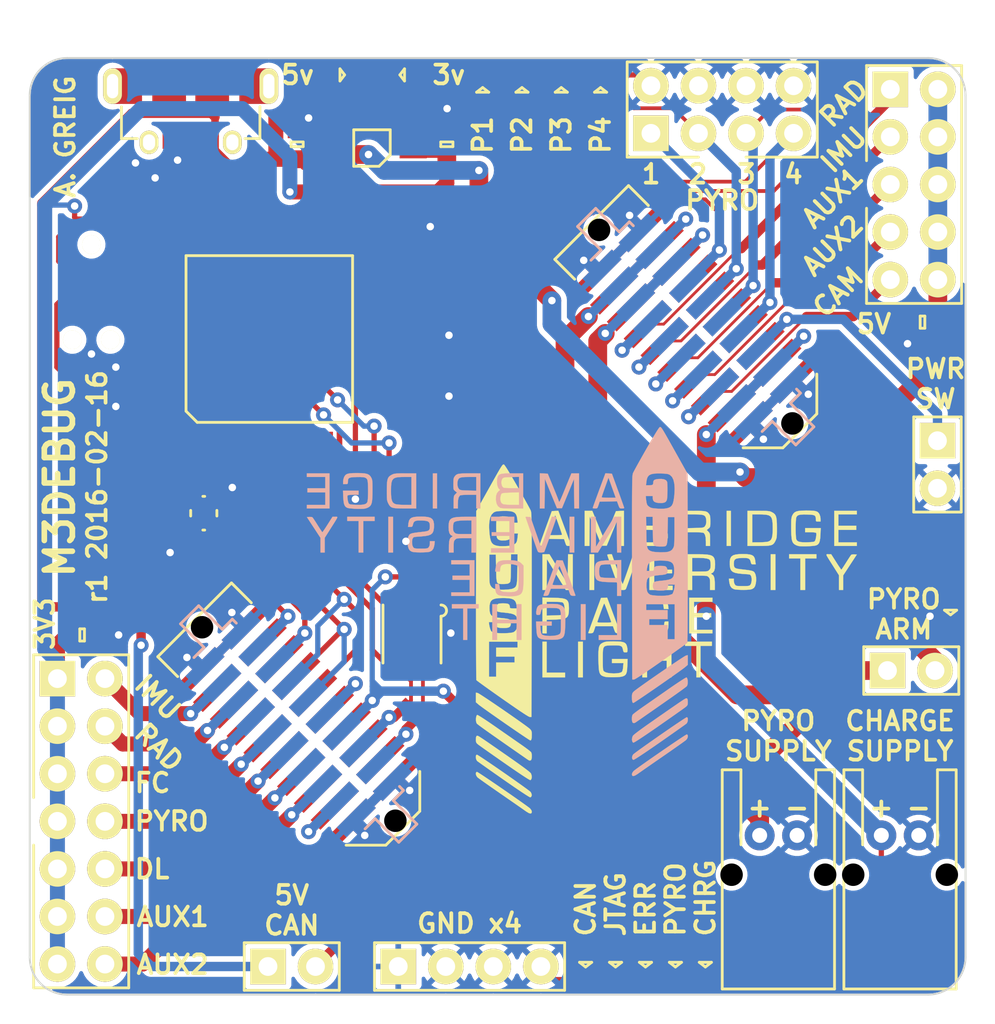
<source format=kicad_pcb>
(kicad_pcb (version 20221018) (generator pcbnew)
  (title_block (title "Martlet 3 Debug Board") (date "2016-02-16") (rev "1") (company "CU Spaceflight") (comment 1 "Drawn By: Adam Greig"))
  (layers (0 "F.Cu" signal) (31 "B.Cu" signal) (34 "B.Paste" user) (35 "F.Paste" user) (36 "B.SilkS" user "B.Silkscreen") (37 "F.SilkS" user "F.Silkscreen") (38 "B.Mask" user) (39 "F.Mask" user) (44 "Edge.Cuts" user))
  (net 0 "")
  (net 1 "GND")
  (net 2 "Net-(C1-Pad2)")
  (net 3 "Net-(C2-Pad1)")
  (net 4 "3v3")
  (net 5 "Net-(C10-Pad1)")
  (net 6 "Net-(C11-Pad1)")
  (net 7 "/5v_CAN")
  (net 8 "5v")
  (net 9 "Net-(C14-Pad2)")
  (net 10 "Net-(D1-Pad2)")
  (net 11 "Net-(D2-Pad2)")
  (net 12 "Net-(D3-Pad2)")
  (net 13 "Net-(D4-Pad2)")
  (net 14 "Net-(D5-Pad2)")
  (net 15 "Net-(D6-Pad2)")
  (net 16 "Net-(D7-Pad2)")
  (net 17 "Net-(D8-Pad2)")
  (net 18 "Net-(D9-Pad2)")
  (net 19 "Net-(D10-Pad2)")
  (net 20 "Net-(D11-Pad2)")
  (net 21 "Net-(D12-Pad2)")
  (net 22 "Net-(IC1-Pad6)")
  (net 23 "/~{RST}")
  (net 24 "/LED0")
  (net 25 "/LED1")
  (net 26 "/LED2")
  (net 27 "/TPWR_MON")
  (net 28 "Net-(IC1-Pad42)")
  (net 29 "/USB_D-")
  (net 30 "/USB_D+")
  (net 31 "/SWDIO")
  (net 32 "/SWCLK")
  (net 33 "/JTMS")
  (net 34 "/JTCK")
  (net 35 "/JTDI")
  (net 36 "/JTDO")
  (net 37 "/CAN_RXD")
  (net 38 "/CAN_TXD")
  (net 39 "/CAN-")
  (net 40 "/CAN+")
  (net 41 "/3v3_IMU")
  (net 42 "/3v3_RADIO")
  (net 43 "/3v3_FC")
  (net 44 "/3v3_PYRO")
  (net 45 "/3v3_DL")
  (net 46 "/RSVD1")
  (net 47 "/3v3_AUX1")
  (net 48 "/3v3_AUX2")
  (net 49 "/RSVD2")
  (net 50 "/PYRO_SO")
  (net 51 "/PYRO_SI")
  (net 52 "/5v_RADIO")
  (net 53 "/PYRO1")
  (net 54 "/5v_IMU")
  (net 55 "/PYRO2")
  (net 56 "/5v_AUX1")
  (net 57 "/PYRO3")
  (net 58 "/5v_AUX2")
  (net 59 "/PYRO4")
  (net 60 "/5v_CAM")
  (net 61 "/PWR")
  (net 62 "/CHARGE")
  (footprint "agg:0402" (layer "F.Cu") (at 82.4 99.3 90)
    (fp_text reference "C1")
    (fp_text value "10p")
  )
  (footprint "agg:0402" (layer "F.Cu") (at 84.2 101.4 180)
    (fp_text reference "C2")
    (fp_text value "10p")
  )
  (footprint "agg:0402" (layer "F.Cu") (at 95.9 85 180)
    (fp_text reference "C3")
    (fp_text value "4µ7")
  )
  (footprint "agg:0402" (layer "F.Cu") (at 95.9 86.2 180)
    (fp_text reference "C4")
    (fp_text value "100n")
  )
  (footprint "agg:0402" (layer "F.Cu") (at 80.5 94.1 -90)
    (fp_text reference "C5")
    (fp_text value "100n")
  )
  (footprint "agg:0402" (layer "F.Cu") (at 91.4 98.1 90)
    (fp_text reference "C6")
    (fp_text value "1µ")
  )
  (footprint "agg:0402" (layer "F.Cu") (at 95.9 93 180)
    (fp_text reference "C7")
    (fp_text value "100n")
  )
  (footprint "agg:0402" (layer "F.Cu") (at 83.1 82.6)
    (fp_text reference "C8")
    (fp_text value "100n")
  )
  (footprint "agg:0402" (layer "F.Cu") (at 90.2 98.1 90)
    (fp_text reference "C9")
    (fp_text value "100n")
  )
  (footprint "agg:0402" (layer "F.Cu") (at 83.1 81.4 180)
    (fp_text reference "C10")
    (fp_text value "2µ2")
  )
  (footprint "agg:0402" (layer "F.Cu") (at 95.9 87.4)
    (fp_text reference "C11")
    (fp_text value "2µ2")
  )
  (footprint "agg:0402" (layer "F.Cu") (at 95.15 102.25 90)
    (fp_text reference "C12")
    (fp_text value "100n")
  )
  (footprint "agg:0603" (layer "F.Cu") (at 89.286974 79.604532 90)
    (fp_text reference "C13")
    (fp_text value "2µ2")
  )
  (footprint "agg:0402" (layer "F.Cu") (at 93.3 77.3 180)
    (fp_text reference "C14")
    (fp_text value "1n")
  )
  (footprint "agg:0603" (layer "F.Cu") (at 97.286974 79.604532 90)
    (fp_text reference "C15")
    (fp_text value "2µ2")
  )
  (footprint "agg:0603" (layer "F.Cu") (at 77.8 105.8)
    (fp_text reference "C16")
    (fp_text value "10µ")
  )
  (footprint "agg:0603" (layer "F.Cu") (at 122.7 89.1 180)
    (fp_text reference "C17")
    (fp_text value "10µ")
  )
  (footprint "agg:0603-LED" (layer "F.Cu") (at 104.7 123.4 90)
    (fp_text reference "D1")
    (fp_text value "YLW")
  )
  (footprint "agg:0603-LED" (layer "F.Cu") (at 106.3 123.4 90)
    (fp_text reference "D2")
    (fp_text value "YLW")
  )
  (footprint "agg:0603-LED" (layer "F.Cu") (at 107.9 123.4 90)
    (fp_text reference "D3")
    (fp_text value "RED")
  )
  (footprint "agg:0603-LED" (layer "F.Cu") (at 99.2 76.7 -90)
    (fp_text reference "D4")
    (fp_text value "RED")
  )
  (footprint "agg:0603-LED" (layer "F.Cu") (at 101.3 76.7 -90)
    (fp_text reference "D5")
    (fp_text value "RED")
  )
  (footprint "agg:0603-LED" (layer "F.Cu") (at 103.4 76.7 -90)
    (fp_text reference "D6")
    (fp_text value "RED")
  )
  (footprint "agg:0603-LED" (layer "F.Cu") (at 105.5 76.7 -90)
    (fp_text reference "D7")
    (fp_text value "RED")
  )
  (footprint "agg:0603-LED" (layer "F.Cu") (at 124.2 104.6 90)
    (fp_text reference "D8")
    (fp_text value "RED")
  )
  (footprint "agg:0603-LED" (layer "F.Cu") (at 109.5 123.4 90)
    (fp_text reference "D9")
    (fp_text value "GRN")
  )
  (footprint "agg:0603-LED" (layer "F.Cu") (at 94.9 75.9)
    (fp_text reference "D10")
    (fp_text value "GRN")
  )
  (footprint "agg:0603-LED" (layer "F.Cu") (at 91.7 75.9 180)
    (fp_text reference "D11")
    (fp_text value "GRN")
  )
  (footprint "agg:0603-LED" (layer "F.Cu") (at 111.1 123.4 90)
    (fp_text reference "D12")
    (fp_text value "GRN")
  )
  (footprint "agg:LQFP-64" (layer "F.Cu") (at 87.8 90 90)
    (fp_text reference "IC1")
    (fp_text value "STM32F405RxTx")
  )
  (footprint "agg:DFN-8-EP-MICROCHIP" (layer "F.Cu") (at 95.425 105.75 -90)
    (fp_text reference "IC2")
    (fp_text value "MCP2562")
  )
  (footprint "agg:MSOP-8" (layer "F.Cu") (at 93.286974 79.804532 180)
    (fp_text reference "IC3")
    (fp_text value "ADP3335")
  )
  (footprint "agg:TFML-110-02-L-D" (layer "F.Cu") (at 89.371431 110.553569 -45)
    (fp_text reference "J1")
    (fp_text value "WEST TOP")
  )
  (footprint "agg:TFML-110-02-L-D" (layer "F.Cu") (at 110.584635 89.340365 -45)
    (fp_text reference "J3")
    (fp_text value "EAST TOP")
  )
  (footprint "agg:S02B-PASK-2" (layer "F.Cu") (at 115 116.5 180)
    (fp_text reference "J5")
    (fp_text value "PYRO_SUPPLY")
  )
  (footprint "agg:DIL-254P-08" (layer "F.Cu") (at 112 77.75)
    (fp_text reference "J6")
    (fp_text value "PYROS")
  )
  (footprint "agg:S02B-PASK-2" (layer "F.Cu") (at 121.5 116.5 180)
    (fp_text reference "J8")
    (fp_text value "CHARGE")
  )
  (footprint "agg:MICROUSB_MOLEX_47589-0001" (layer "F.Cu") (at 83.6 76.5 180)
    (fp_text reference "J9")
    (fp_text value "MICROUSB")
  )
  (footprint "agg:DIL-254P-10" (layer "F.Cu") (at 122.25 81.75 -90)
    (fp_text reference "J10")
    (fp_text value "5V_SUPPLY")
  )
  (footprint "agg:DIL-254P-14" (layer "F.Cu") (at 77.75 115.75 -90)
    (fp_text reference "J12")
    (fp_text value "3V3_SUPPLY")
  )
  (footprint "agg:TC2030-NL" (layer "F.Cu") (at 78.3 87.5 -90)
    (fp_text reference "P1")
    (fp_text value "SWD_TC")
  )
  (footprint "agg:0402" (layer "F.Cu") (at 106.2 115 -90)
    (fp_text reference "R1")
    (fp_text value "1k")
  )
  (footprint "agg:0402" (layer "F.Cu") (at 107.4 115 -90)
    (fp_text reference "R2")
    (fp_text value "1k")
  )
  (footprint "agg:0402" (layer "F.Cu") (at 108.6 115 -90)
    (fp_text reference "R3")
    (fp_text value "1k")
  )
  (footprint "agg:0402" (layer "F.Cu") (at 87.05 82.25 -90)
    (fp_text reference "R4")
    (fp_text value "1k")
  )
  (footprint "agg:0402" (layer "F.Cu") (at 86.2 99.3 90)
    (fp_text reference "R5")
    (fp_text value "100")
  )
  (footprint "agg:0402" (layer "F.Cu") (at 95.4 109.9 135)
    (fp_text reference "R6")
    (fp_text value "120")
  )
  (footprint "agg:0402" (layer "F.Cu") (at 95.9 88.6 180)
    (fp_text reference "R7")
    (fp_text value "4k7")
  )
  (footprint "agg:0402" (layer "F.Cu") (at 95.9 89.8)
    (fp_text reference "R8")
    (fp_text value "10k")
  )
  (footprint "agg:0402" (layer "F.Cu") (at 100.55 81.15 90)
    (fp_text reference "R9")
    (fp_text value "1k")
  )
  (footprint "agg:0402" (layer "F.Cu") (at 101.75 81.15 90)
    (fp_text reference "R10")
    (fp_text value "1k")
  )
  (footprint "agg:0402" (layer "F.Cu") (at 102.95 81.15 90)
    (fp_text reference "R11")
    (fp_text value "1k")
  )
  (footprint "agg:0402" (layer "F.Cu") (at 104.15 81.15 90)
    (fp_text reference "R12")
    (fp_text value "1k")
  )
  (footprint "agg:0402" (layer "F.Cu") (at 123.9 102.4)
    (fp_text reference "R13")
    (fp_text value "1k")
  )
  (footprint "agg:0402" (layer "F.Cu") (at 109.8 115 -90)
    (fp_text reference "R14")
    (fp_text value "1k")
  )
  (footprint "agg:0402" (layer "F.Cu") (at 95.4 77.3)
    (fp_text reference "R15")
    (fp_text value "1k")
  )
  (footprint "agg:0402" (layer "F.Cu") (at 90.45 77.3)
    (fp_text reference "R16")
    (fp_text value "1k")
  )
  (footprint "agg:0402" (layer "F.Cu") (at 111 115 -90)
    (fp_text reference "R17")
    (fp_text value "1k")
  )
  (footprint "agg:XTAL-20x16" (layer "F.Cu") (at 84.3 99.3)
    (fp_text reference "Y1")
    (fp_text value "26M")
  )
  (footprint "agg:SIL-254P-02" (layer "F.Cu") (at 122.1 107.7)
    (fp_text reference "J7")
    (fp_text value "PYRO_ARM")
  )
  (footprint "agg:SIL-254P-02" (layer "F.Cu") (at 89 123.5)
    (fp_text reference "J11")
    (fp_text value "CAN_SUPPLY")
  )
  (footprint "agg:SIL-254P-02" (layer "F.Cu") (at 123.5 96.7 -90)
    (fp_text reference "J13")
    (fp_text value "PWRSW")
  )
  (footprint "agg:SIL-254P-04" (layer "F.Cu") (at 98.5 123.5)
    (fp_text reference "J14")
    (fp_text value "GND")
  )
  (footprint "m3debug:cusf_logo_full" (layer "F.Cu") (at 109 106)
    (fp_text reference "G***" hide)
    (fp_text value "LOGO" hide)
  )
  (footprint "agg:SFML-110-02-L-D-LC" (layer "B.Cu") (at 89.371431 110.553569 -45)
    (fp_text reference "J2")
    (fp_text value "WEST BOT")
  )
  (footprint "agg:SFML-110-02-L-D-LC" (layer "B.Cu") (at 110.584635 89.340365 -45)
    (fp_text reference "J4")
    (fp_text value "EAST BOT")
  )
  (footprint "m3debug:cusf_logo_full" (layer "B.Cu") (at 100 104 180)
    (fp_text reference "G***" hide)
    (fp_text value "LOGO" hide)
  )
  (gr_arc (start 77 125) (mid 75.585786 124.414214) (end 75 123) (stroke (width 0.1)) (layer "Edge.Cuts"))
  (gr_line (start 77 125) (end 123 125) (stroke (width 0.1)) (layer "Edge.Cuts"))
  (gr_line (start 123 75) (end 77 75) (stroke (width 0.1)) (layer "Edge.Cuts"))
  (gr_arc (start 125 123) (mid 124.414214 124.414214) (end 123 125) (stroke (width 0.1)) (layer "Edge.Cuts"))
  (gr_arc (start 75 77) (mid 75.585786 75.585786) (end 77 75) (stroke (width 0.1)) (layer "Edge.Cuts"))
  (gr_line (start 75 77) (end 75 123) (stroke (width 0.1)) (layer "Edge.Cuts"))
  (gr_line (start 125 123) (end 125 77) (stroke (width 0.1)) (layer "Edge.Cuts"))
  (gr_arc (start 123 75) (mid 124.414214 75.585786) (end 125 77) (stroke (width 0.1)) (layer "Edge.Cuts"))
  (gr_text "PYRO\nARM" (at 121.7 104.7) (layer "F.SilkS") (effects (font (size 1 1) (thickness 0.2))))
  (gr_text "PYRO\nSUPPLY" (at 115 111.2) (layer "F.SilkS") (effects (font (size 1 1) (thickness 0.2))))
  (gr_text "5V\nCAN" (at 89 120.5) (layer "F.SilkS") (effects (font (size 1 1) (thickness 0.2))))
  (gr_text "5v" (at 90.3 75.9) (layer "F.SilkS") (effects (font (size 1 1) (thickness 0.2)) (justify right)))
  (gr_text "3v" (at 96.4 75.9) (layer "F.SilkS") (effects (font (size 1 1) (thickness 0.2)) (justify left)))
  (gr_text "ERR" (at 107.9 122 90) (layer "F.SilkS") (effects (font (size 1 1) (thickness 0.2)) (justify left)))
  (gr_text "JTAG" (at 106.3 122 90) (layer "F.SilkS") (effects (font (size 1 1) (thickness 0.2)) (justify left)))
  (gr_text "CAN" (at 104.7 122 90) (layer "F.SilkS") (effects (font (size 1 1) (thickness 0.2)) (justify left)))
  (gr_text "A. GREIG" (at 76.9 79.2 90) (layer "F.SilkS") (effects (font (size 1 1) (thickness 0.2))))
  (gr_text "GND x4" (at 98.5 121.2) (layer "F.SilkS") (effects (font (size 1 1) (thickness 0.2))))
  (gr_text "CHRG" (at 111.1 122 90) (layer "F.SilkS") (effects (font (size 1 1) (thickness 0.2)) (justify left)))
  (gr_text "+ -" (at 121.5 115) (layer "F.SilkS") (effects (font (size 1 1) (thickness 0.2))))
  (gr_text "P1" (at 99.2 78 90) (layer "F.SilkS") (effects (font (size 1 1) (thickness 0.2)) (justify right)))
  (gr_text "P2" (at 101.3 78 90) (layer "F.SilkS") (effects (font (size 1 1) (thickness 0.2)) (justify right)))
  (gr_text "P3" (at 103.4 78 90) (layer "F.SilkS") (effects (font (size 1 1) (thickness 0.2)) (justify right)))
  (gr_text "P4" (at 105.5 78 90) (layer "F.SilkS") (effects (font (size 1 1) (thickness 0.2)) (justify right)))
  (gr_text "CHARGE\nSUPPLY" (at 121.5 111.2) (layer "F.SilkS") (effects (font (size 1 1) (thickness 0.2))))
  (gr_text "IMU" (at 80.8 108.1 315) (layer "F.SilkS") (effects (font (size 1 1) (thickness 0.2)) (justify left)))
  (gr_text "RAD" (at 80.8 110.7 315) (layer "F.SilkS") (effects (font (size 1 1) (thickness 0.2)) (justify left)))
  (gr_text "FC" (at 80.5 113.7) (layer "F.SilkS") (effects (font (size 1 1) (thickness 0.2)) (justify left)))
  (gr_text "PYRO" (at 80.5 115.75) (layer "F.SilkS") (effects (font (size 1 1) (thickness 0.2)) (justify left)))
  (gr_text "DL" (at 80.5 118.3) (layer "F.SilkS") (effects (font (size 1 1) (thickness 0.2)) (justify left)))
  (gr_text "AUX1" (at 80.6 120.85) (layer "F.SilkS") (effects (font (size 1 1) (thickness 0.2)) (justify left)))
  (gr_text "AUX2" (at 80.6 123.4) (layer "F.SilkS") (effects (font (size 1 1) (thickness 0.2)) (justify left)))
  (gr_text "RAD" (at 118.5 77.4 45) (layer "F.SilkS") (effects (font (size 1 1) (thickness 0.2))))
  (gr_text "IMU" (at 118.5 79.9 45) (layer "F.SilkS") (effects (font (size 1 1) (thickness 0.2))))
  (gr_text "AUX1" (at 117.9 82.45 45) (layer "F.SilkS") (effects (font (size 1 1) (thickness 0.2))))
  (gr_text "AUX2" (at 117.9 85 45) (layer "F.SilkS") (effects (font (size 1 1) (thickness 0.2))))
  (gr_text "2" (at 110.7 81.2) (layer "F.SilkS") (effects (font (size 1 1) (thickness 0.2))))
  (gr_text "3" (at 113.3 81.2) (layer "F.SilkS") (effects (font (size 1 1) (thickness 0.2))))
  (gr_text "4" (at 115.8 81.2) (layer "F.SilkS") (effects (font (size 1 1) (thickness 0.2))))
  (gr_text "PYRO" (at 112 82.6) (layer "F.SilkS") (effects (font (size 1 1) (thickness 0.2))))
  (gr_text "5V" (at 120.1 89.2) (layer "F.SilkS") (effects (font (size 1 1) (thickness 0.2))))
  (gr_text "3V3" (at 75.8 105.2 90) (layer "F.SilkS") (effects (font (size 1 1) (thickness 0.2))))
  (gr_text "M3DEBUG" (at 76.6 97.4 90) (layer "F.SilkS") (effects (font (size 1.5 1.5) (thickness 0.3))))
  (gr_text "PYRO" (at 109.5 122 90) (layer "F.SilkS") (effects (font (size 1 1) (thickness 0.2)) (justify left)))
  (gr_text "r1 2016-02-16" (at 78.6 97.9 90) (layer "F.SilkS") (effects (font (size 1 1) (thickness 0.2))))
  (gr_text "CAM" (at 118.2 87.5 45) (layer "F.SilkS") (effects (font (size 1 1) (thickness 0.2))))
  (gr_text "PWR\nSW" (at 123.4 92.4) (layer "F.SilkS") (effects (font (size 1 1) (thickness 0.2))))
  (gr_text "+ -" (at 115 115) (layer "F.SilkS") (effects (font (size 1 1) (thickness 0.2))))
  (gr_text "1" (at 108.2 81.2) (layer "F.SilkS") (effects (font (size 1 1) (thickness 0.2))))
  (segment (start 93.3 75.9) (end 94.1 75.9) (width 0.4) (layer "F.Cu") (net 1))
  (segment (start 107.61 75.9) (end 108.19 76.48) (width 0.28) (layer "F.Cu") (net 1))
  (segment (start 93.5 93.25) (end 94.53 93.25) (width 0.28) (layer "F.Cu") (net 1))
  (segment (start 107.9 124.2) (end 109.5 124.2) (width 0.28) (layer "F.Cu") (net 1))
  (segment (start 96.35 86.2) (end 96.35 87.4) (width 0.28) (layer "F.Cu") (net 1))
  (segment (start 105.330832 86.511938) (end 105.311938 86.511938) (width 0.5) (layer "F.Cu") (net 1))
  (segment (start 85.17714 98.575) (end 85.823803 97.928337) (width 0.28) (layer "F.Cu") (net 1))
  (segment (start 84.117628 107.717628) (end 83.4 107) (width 0.5) (layer "F.Cu") (net 1))
  (segment (start 91.8 76.625) (end 91.8 77.542002) (width 0.28) (layer "F.Cu") (net 1))
  (segment (start 96.35 85) (end 96.35 84.05) (width 0.28) (layer "F.Cu") (net 1))
  (segment (start 89.286974 78.804532) (end 89.295468 78.804532) (width 0.28) (layer "F.Cu") (net 1))
  (segment (start 89.55 95.7) (end 89.55 98.49) (width 0.28) (layer "F.Cu") (net 1))
  (segment (start 95.486974 78.829532) (end 97.261974 78.829532) (width 0.4) (layer "F.Cu") (net 1))
  (segment (start 103.4 75.9) (end 101.3 75.9) (width 0.28) (layer "F.Cu") (net 1))
  (segment (start 115.838438 92.188438) (end 116.6 92.95) (width 0.5) (layer "F.Cu") (net 1))
  (segment (start 115.838438 92.168792) (end 115.838438 92.188438) (width 0.5) (layer "F.Cu") (net 1))
  (segment (start 113.444168 94.594168) (end 114.2 95.35) (width 0.5) (layer "F.Cu") (net 1))
  (segment (start 95.75 105.425) (end 95.425 105.75) (width 0.28) (layer "F.Cu") (net 1))
  (segment (start 89.61 98.55) (end 90.2 98.55) (width 0.28) (layer "F.Cu") (net 1))
  (segment (start 96.35 86.2) (end 96.35 85) (width 0.28) (layer "F.Cu") (net 1))
  (segment (start 91.4 98.55) (end 92.4 98.55) (width 0.5) (layer "F.Cu") (net 1))
  (segment (start 97.286974 78.804532) (end 97.286974 77.713026) (width 0.28) (layer "F.Cu") (net 1))
  (segment (start 82.1 91.75) (end 79.85 91.75) (width 0.28) (layer "F.Cu") (net 1))
  (segment (start 96.4 105.95) (end 96.6 105.75) (width 0.28) (layer "F.Cu") (net 1))
  (segment (start 82.1 93.25) (end 80.9 93.25) (width 0.28) (layer "F.Cu") (net 1))
  (segment (start 78.3 89.41) (end 78.3 90.8) (width 0.28) (layer "F.Cu") (net 1))
  (segment (start 86.543004 105.299766) (end 84.117628 107.725142) (width 0.5) (layer "F.Cu") (net 1))
  (segment (start 97.261974 78.829532) (end 97.286974 78.804532) (width 0.4) (layer "F.Cu") (net 1))
  (segment (start 78.6 105.8) (end 79.75 105.8) (width 0.5) (layer "F.Cu") (net 1))
  (segment (start 96.35 93) (end 97.35 93) (width 0.5) (layer "F.Cu") (net 1))
  (segment (start 82.3 80.13) (end 81.83 80.6) (width 0.28) (layer "F.Cu") (net 1))
  (segment (start 107.756208 84.086562) (end 105.330832 86.511938) (width 0.5) (layer "F.Cu") (net 1))
  (segment (start 81.7 80.73) (end 81.7 81.4) (width 0.28) (layer "F.Cu") (net 1))
  (segment (start 82.65 82.6) (end 82.65 81.4) (width 0.28) (layer "F.Cu") (net 1))
  (segment (start 82.65 81.4) (end 81.7 81.4) (width 0.28) (layer "F.Cu") (net 1))
  (segment (start 95.15 100.85) (end 95.1 100.8) (width 0.28) (layer "F.Cu") (net 1))
  (segment (start 113.413062 94.594168) (end 115.838438 92.168792) (width 0.5) (layer "F.Cu") (net 1))
  (segment (start 123.7 105.4) (end 123.1 104.8) (width 0.28) (layer "F.Cu") (net 1))
  (segment (start 111.1 124.2) (end 109.5 124.2) (width 0.28) (layer "F.Cu") (net 1))
  (segment (start 92.199858 115.807372) (end 92.207372 115.807372) (width 0.5) (layer "F.Cu") (net 1))
  (segment (start 84.117628 107.725142) (end 84.117628 107.717628) (width 0.5) (layer "F.Cu") (net 1))
  (segment (start 81.83 80.6) (end 80.65 80.6) (width 0.28) (layer "F.Cu") (net 1))
  (segment (start 83.75 101.4) (end 83.75 100.05) (width 0.28) (layer "F.Cu") (net 1))
  (segment (start 96.4 107.3) (end 96.4 105.95) (width 0.28) (layer "F.Cu") (net 1))
  (segment (start 96.35 84.05) (end 96.4 84) (width 0.28) (layer "F.Cu") (net 1))
  (segment (start 105.5 75.9) (end 107.61 75.9) (width 0.28) (layer "F.Cu") (net 1))
  (segment (start 96.6 105.75) (end 97.45 105.75) (width 0.28) (layer "F.Cu") (net 1))
  (segment (start 92.207372 115.807372) (end 92.9 116.5) (width 0.5) (layer "F.Cu") (net 1))
  (segment (start 96.35 89.8) (end 97.4 89.8) (width 0.5) (layer "F.Cu") (net 1))
  (segment (start 105.311938 86.511938) (end 104.6 85.8) (width 0.5) (layer "F.Cu") (net 1))
  (segment (start 79.65 93.65) (end 79.6 93.6) (width 0.28) (layer "F.Cu") (net 1))
  (segment (start 113.413062 94.594168) (end 113.444168 94.594168) (width 0.5) (layer "F.Cu") (net 1))
  (segment (start 79.85 91.75) (end 79.6 91.5) (width 0.28) (layer "F.Cu") (net 1))
  (segment (start 92.5 75.9) (end 92.5 75.925) (width 0.28) (layer "F.Cu") (net 1))
  (segment (start 97.35 93) (end 97.4 93.05) (width 0.5) (layer "F.Cu") (net 1))
  (segment (start 82.3 80.13) (end 82.58 80.13) (width 0.28) (layer "F.Cu") (net 1))
  (segment (start 99.2 75.9) (end 101.3 75.9) (width 0.28) (layer "F.Cu") (net 1))
  (segment (start 121.9 89.1) (end 121.9 90.25) (width 0.5) (layer "F.Cu") (net 1))
  (segment (start 104.7 124.2) (end 103.01 124.2) (width 0.28) (layer "F.Cu") (net 1))
  (segment (start 107.9 124.2) (end 106.3 124.2) (width 0.28) (layer "F.Cu") (net 1))
  (segment (start 107.736562 84.086562) (end 107.05 83.4) (width 0.5) (layer "F.Cu") (net 1))
  (segment (start 82.3 79.175) (end 82.3 80.13) (width 0.28) (layer "F.Cu") (net 1))
  (segment (start 107.756208 84.086562) (end 107.736562 84.086562) (width 0.5) (layer "F.Cu") (net 1))
  (segment (start 82.4 99.75) (end 83.45 99.75) (width 0.28) (layer "F.Cu") (net 1))
  (segment (start 83.75 100.05) (end 83.725 100.025) (width 0.28) (layer "F.Cu") (net 1))
  (segment (start 124.2 105.4) (end 123.7 105.4) (width 0.28) (layer "F.Cu") (net 1))
  (segment (start 81.83 80.6) (end 81.7 80.73) (width 0.28) (layer "F.Cu") (net 1))
  (segment (start 84.875 98.575) (end 85.17714 98.575) (width 0.28) (layer "F.Cu") (net 1))
  (segment (start 97.286974 77.713026) (end 97.3 77.7) (width 0.28) (layer "F.Cu") (net 1))
  (segment (start 92.5 75.9) (end 93.3 75.9) (width 0.4) (layer "F.Cu") (net 1))
  (segment (start 82.58 80.13) (end 82.9 80.45) (width 0.28) (layer "F.Cu") (net 1))
  (segment (start 97.45 105.75) (end 97.5 105.7) (width 0.28) (layer "F.Cu") (net 1))
  (segment (start 95.15 101.8) (end 95.15 100.85) (width 0.28) (layer "F.Cu") (net 1))
  (segment (start 86.543004 105.299766) (end 86.499766 105.299766) (width 0.5) (layer "F.Cu") (net 1))
  (segment (start 92.5 75.925) (end 91.8 76.625) (width 0.28) (layer "F.Cu") (net 1))
  (segment (start 94.625234 113.381996) (end 92.199858 115.807372) (width 0.5) (layer "F.Cu") (net 1))
  (segment (start 105.5 75.9) (end 103.4 75.9) (width 0.28) (layer "F.Cu") (net 1))
  (segment (start 96.24 93.7) (end 96.35 93.59) (width 0.28) (layer "F.Cu") (net 1))
  (segment (start 83.45 99.75) (end 83.725 100.025) (width 0.28) (layer "F.Cu") (net 1))
  (segment (start 89.286974 78.804532) (end 89.345468 78.804532) (width 0.28) (layer "F.Cu") (net 1))
  (segment (start 86.499766 105.299766) (end 85.8 104.6) (width 0.5) (layer "F.Cu") (net 1))
  (segment (start 91.4 98.55) (end 90.2 98.55) (width 0.28) (layer "F.Cu") (net 1))
  (segment (start 77.66 88.77) (end 78.3 89.41) (width 0.28) (layer "F.Cu") (net 1))
  (segment (start 103.01 124.2) (end 102.31 123.5) (width 0.28) (layer "F.Cu") (net 1))
  (segment (start 90.465685 78.2) (end 89.9 78.2) (width 0.28) (layer "F.Cu") (net 1))
  (segment (start 95.75 104.2) (end 95.75 105.425) (width 0.28) (layer "F.Cu") (net 1))
  (segment (start 89.295468 78.804532) (end 89.9 78.2) (width 0.28) (layer "F.Cu") (net 1))
  (segment (start 82.4 101.3) (end 82.5 101.4) (width 0.28) (layer "F.Cu") (net 1))
  (segment (start 89.55 98.49) (end 89.61 98.55) (width 0.28) (layer "F.Cu") (net 1))
  (segment (start 94.625234 113.381996) (end 94.625234 113.425234) (width 0.5) (layer "F.Cu") (net 1))
  (segment (start 96.35 93.59) (end 96.35 93) (width 0.28) (layer "F.Cu") (net 1))
  (segment (start 106.3 124.2) (end 104.7 124.2) (width 0.28) (layer "F.Cu") (net 1))
  (segment (start 80.5 93.65) (end 79.65 93.65) (width 0.28) (layer "F.Cu") (net 1))
  (segment (start 83.75 101.4) (end 82.5 101.4) (width 0.28) (layer "F.Cu") (net 1))
  (segment (start 82.4 99.75) (end 82.4 101.3) (width 0.28) (layer "F.Cu") (net 1))
  (segment (start 80.9 93.25) (end 80.5 93.65) (width 0.28) (layer "F.Cu") (net 1))
  (segment (start 94.53 93.25) (end 94.98 93.7) (width 0.28) (layer "F.Cu") (net 1))
  (segment (start 91.142002 78.2) (end 90.465685 78.2) (width 0.28) (layer "F.Cu") (net 1))
  (segment (start 91.8 77.542002) (end 91.142002 78.2) (width 0.28) (layer "F.Cu") (net 1))
  (segment (start 94.625234 113.425234) (end 95.3 114.1) (width 0.5) (layer "F.Cu") (net 1))
  (segment (start 95.425 105.75) (end 96.6 105.75) (width 0.28) (layer "F.Cu") (net 1))
  (segment (start 94.98 93.7) (end 96.24 93.7) (width 0.28) (layer "F.Cu") (net 1))
  (via (at 95.1 100.8) (size 0.8) (drill 0.4) (layers "F.Cu" "B.Cu") (net 1))
  (via (at 96.4 84) (size 0.8) (drill 0.4) (layers "F.Cu" "B.Cu") (net 1))
  (via (at 85.823803 97.928337) (size 0.8) (drill 0.4) (layers "F.Cu" "B.Cu") (net 1))
  (via (at 85.8 104.6) (size 0.8) (drill 0.4) (layers "F.Cu" "B.Cu") (net 1))
  (via (at 81.7 81.4) (size 0.8) (drill 0.4) (layers "F.Cu" "B.Cu") (net 1))
  (via (at 82.5 101.4) (size 0.8) (drill 0.4) (layers "F.Cu" "B.Cu") (net 1))
  (via (at 104.6 85.8) (size 0.8) (drill 0.4) (layers "F.Cu" "B.Cu") (net 1))
  (via (at 79.6 91.5) (size 0.8) (drill 0.4) (layers "F.Cu" "B.Cu") (net 1))
  (via (at 92.9 116.5) (size 0.8) (drill 0.4) (layers "F.Cu" "B.Cu") (net 1))
  (via (at 82.9 80.45) (size 0.8) (drill 0.4) (layers "F.Cu" "B.Cu") (net 1))
  (via (at 80.65 80.6) (size 0.8) (drill 0.4) (layers "F.Cu" "B.Cu") (net 1))
  (via (at 97.4 93.05) (size 0.8) (drill 0.4) (layers "F.Cu" "B.Cu") (net 1))
  (via (at 114.2 95.35) (size 0.8) (drill 0.4) (layers "F.Cu" "B.Cu") (net 1))
  (via (at 107.05 83.4) (size 0.8) (drill 0.4) (layers "F.Cu" "B.Cu") (net 1))
  (via (at 116.6 92.95) (size 0.8) (drill 0.4) (layers "F.Cu" "B.Cu") (net 1))
  (via (at 95.3 114.1) (size 0.8) (drill 0.4) (layers "F.Cu" "B.Cu") (net 1))
  (via (at 78.3 90.8) (size 0.8) (drill 0.4) (layers "F.Cu" "B.Cu") (net 1))
  (via (at 121.9 90.25) (size 0.8) (drill 0.4) (layers "F.Cu" "B.Cu") (net 1))
  (via (at 97.4 89.8) (size 0.8) (drill 0.4) (layers "F.Cu" "B.Cu") (net 1))
  (via (at 92.4 98.55) (size 0.8) (drill 0.4) (layers "F.Cu" "B.Cu") (net 1))
  (via (at 89.9 78.2) (size 0.8) (drill 0.4) (layers "F.Cu" "B.Cu") (net 1))
  (via (at 97.5 105.7) (size 0.8) (drill 0.4) (layers "F.Cu" "B.Cu") (net 1))
  (via (at 79.75 105.8) (size 0.8) (drill 0.4) (layers "F.Cu" "B.Cu") (net 1))
  (via (at 79.6 93.6) (size 0.8) (drill 0.4) (layers "F.Cu" "B.Cu") (net 1))
  (via (at 83.4 107) (size 0.8) (drill 0.4) (layers "F.Cu" "B.Cu") (net 1))
  (via (at 97.3 77.7) (size 0.8) (drill 0.4) (layers "F.Cu" "B.Cu") (net 1))
  (via (at 123.1 104.8) (size 0.8) (drill 0.4) (layers "F.Cu" "B.Cu") (net 1))
  (segment (start 105.578319 86.264451) (end 105.064451 86.264451) (width 0.5) (layer "B.Cu") (net 1))
  (segment (start 105.064451 86.264451) (end 104.6 85.8) (width 0.5) (layer "B.Cu") (net 1))
  (segment (start 107.508721 83.858721) (end 107.05 83.4) (width 0.5) (layer "B.Cu") (net 1))
  (segment (start 115.590951 92.416279) (end 113.660549 94.346681) (width 0.5) (layer "B.Cu") (net 1))
  (segment (start 92.447345 115.559885) (end 92.447345 116.047345) (width 0.5) (layer "B.Cu") (net 1))
  (segment (start 83.877655 107.477655) (end 83.4 107) (width 0.5) (layer "B.Cu") (net 1))
  (segment (start 92.447345 116.047345) (end 92.9 116.5) (width 0.5) (layer "B.Cu") (net 1))
  (segment (start 107.508721 84.334049) (end 107.508721 83.858721) (width 0.5) (layer "B.Cu") (net 1))
  (segment (start 94.829483 113.629483) (end 95.3 114.1) (width 0.5) (layer "B.Cu") (net 1))
  (segment (start 105.578319 86.264451) (end 107.508721 84.334049) (width 0.5) (layer "B.Cu") (net 1))
  (segment (start 86.295517 105.547253) (end 86.295517 105.095517) (width 0.5) (layer "B.Cu") (net 1))
  (segment (start 84.365115 107.477655) (end 86.295517 105.547253) (width 0.5) (layer "B.Cu") (net 1))
  (segment (start 92.447345 115.559885) (end 94.377747 113.629483) (width 0.5) (layer "B.Cu") (net 1))
  (segment (start 94.377747 113.629483) (end 94.829483 113.629483) (width 0.5) (layer "B.Cu") (net 1))
  (segment (start 86.295517 105.095517) (end 85.8 104.6) (width 0.5) (layer "B.Cu") (net 1))
  (segment (start 113.660549 94.810549) (end 114.2 95.35) (width 0.5) (layer "B.Cu") (net 1))
  (segment (start 113.660549 94.346681) (end 113.660549 94.810549) (width 0.5) (layer "B.Cu") (net 1))
  (segment (start 115.590951 92.416279) (end 116.066279 92.416279) (width 0.5) (layer "B.Cu") (net 1))
  (segment (start 116.066279 92.416279) (end 116.6 92.95) (width 0.5) (layer "B.Cu") (net 1))
  (segment (start 84.365115 107.477655) (end 83.877655 107.477655) (width 0.5) (layer "B.Cu") (net 1))
  (segment (start 85.38 97.4) (end 84.145 97.4) (width 0.28) (layer "F.Cu") (net 2))
  (segment (start 82.4 98.85) (end 83.45 98.85) (width 0.28) (layer "F.Cu") (net 2))
  (segment (start 84.145 97.4) (end 83.725 97.82) (width 0.28) (layer "F.Cu") (net 2))
  (segment (start 86.05 96.73) (end 85.38 97.4) (width 0.28) (layer "F.Cu") (net 2))
  (segment (start 83.45 98.85) (end 83.725 98.575) (width 0.28) (layer "F.Cu") (net 2))
  (segment (start 83.725 97.82) (end 83.725 98.575) (width 0.28) (layer "F.Cu") (net 2))
  (segment (start 86.05 95.7) (end 86.05 96.73) (width 0.28) (layer "F.Cu") (net 2))
  (segment (start 84.65 101.4) (end 84.65 100.25) (width 0.28) (layer "F.Cu") (net 3))
  (segment (start 84.65 100.25) (end 84.875 100.025) (width 0.28) (layer "F.Cu") (net 3))
  (segment (start 86.2 99.75) (end 85.15 99.75) (width 0.28) (layer "F.Cu") (net 3))
  (segment (start 85.15 99.75) (end 84.875 100.025) (width 0.28) (layer "F.Cu") (net 3))
  (segment (start 83.55 83.2) (end 83.15 83.6) (width 0.28) (layer "F.Cu") (net 4))
  (segment (start 91.9 92.25) (end 92.4 92.75) (width 0.28) (layer "F.Cu") (net 4))
  (segment (start 91.8 101.2) (end 91.8 102.921202) (width 0.28) (layer "F.Cu") (net 4))
  (segment (start 95.486974 80.129532) (end 97.011974 80.129532) (width 0.4) (layer "F.Cu") (net 4))
  (segment (start 76.48 106.32) (end 77 105.8) (width 0.8) (layer "F.Cu") (net 4))
  (segment (start 89.63 94.25) (end 83.25 94.25) (width 0.28) (layer "F.Cu") (net 4))
  (segment (start 96.361974 79.479532) (end 97.286974 80.404532) (width 0.4) (layer "F.Cu") (net 4))
  (segment (start 93.4 99.6) (end 91.8 101.2) (width 0.28) (layer "F.Cu") (net 4))
  (segment (start 95.45 85) (end 95.45 83.35) (width 0.28) (layer "F.Cu") (net 4))
  (segment (start 95.486974 79.479532) (end 96.361974 79.479532) (width 0.4) (layer "F.Cu") (net 4))
  (segment (start 80.5 95.7) (end 80.5 94.55) (width 0.28) (layer "F.Cu") (net 4))
  (segment (start 93.4 98.2) (end 93.4 99.6) (width 0.28) (layer "F.Cu") (net 4))
  (segment (start 93.3 106.605) (end 93.3 104.378798) (width 0.28) (layer "F.Cu") (net 4))
  (segment (start 76.55 84.55) (end 76.55 85.85) (width 0.28) (layer "F.Cu") (net 4))
  (segment (start 76.55 85.85) (end 76.93 86.23) (width 0.28) (layer "F.Cu") (net 4))
  (segment (start 81.15 96.35) (end 80.5 95.7) (width 0.28) (layer "F.Cu") (net 4))
  (segment (start 94.2 79.317558) (end 94.2 77.3) (width 0.4) (layer "F.Cu") (net 4))
  (segment (start 92.4 92.75) (end 93.5 92.75) (width 0.28) (layer "F.Cu") (net 4))
  (segment (start 81.35 93.75) (end 81.2 93.9) (width 0.28) (layer "F.Cu") (net 4))
  (segment (start 96.911974 80.779532) (end 97.286974 80.404532) (width 0.4) (layer "F.Cu") (net 4))
  (segment (start 81.8 97) (end 81.15 96.35) (width 0.28) (layer "F.Cu") (net 4))
  (segment (start 77.4 82.9) (end 77.4 83.5) (width 0.28) (layer "F.Cu") (net 4))
  (segment (start 84.05 84.3) (end 84.05 83.25) (width 0.28) (layer "F.Cu") (net 4))
  (segment (start 84.05 83.1) (end 83.85 82.9) (width 0.28) (layer "F.Cu") (net 4))
  (segment (start 83.85 82.9) (end 83.55 82.6) (width 0.28) (layer "F.Cu") (net 4))
  (segment (start 91.8 102.921202) (end 93.257596 104.378798) (width 0.28) (layer "F.Cu") (net 4))
  (segment (start 93.5 92.75) (end 95.2 92.75) (width 0.28) (layer "F.Cu") (net 4))
  (segment (start 93.257596 104.378798) (end 93.3 104.378798) (width 0.28) (layer "F.Cu") (net 4))
  (segment (start 95.486974 79.479532) (end 94.361974 79.479532) (width 0.4) (layer "F.Cu") (net 4))
  (segment (start 84.05 96.73) (end 83.78 97) (width 0.28) (layer "F.Cu") (net 4))
  (segment (start 83.55 82.6) (end 83.55 83.2) (width 0.28) (layer "F.Cu") (net 4))
  (segment (start 93.5 86.25) (end 95.4 86.25) (width 0.28) (layer "F.Cu") (net 4))
  (segment (start 97.35 83.25) (end 96.45 82.35) (width 0.28) (layer "F.Cu") (net 4))
  (segment (start 95.45 83.35) (end 96.45 82.35) (width 0.28) (layer "F.Cu") (net 4))
  (segment (start 81.2 94.44) (end 81.09 94.55) (width 0.28) (layer "F.Cu") (net 4))
  (segment (start 95.4 86.25) (end 95.45 86.2) (width 0.28) (layer "F.Cu") (net 4))
  (segment (start 97.286974 81.679532) (end 96.566506 82.4) (width 0.8) (layer "F.Cu") (net 4))
  (segment (start 95.45 85) (end 95.45 86.2) (width 0.28) (layer "F.Cu") (net 4))
  (segment (start 91.9 86.927998) (end 91.9 92.25) (width 0.28) (layer "F.Cu") (net 4))
  (segment (start 92.4 97.65) (end 92.85 97.65) (width 0.28) (layer "F.Cu") (net 4))
  (segment (start 93.5 86.25) (end 92.577998 86.25) (width 0.28) (layer "F.Cu") (net 4))
  (segment (start 83.55 83.2) (end 83.85 82.9) (width 0.28) (layer "F.Cu") (net 4))
  (segment (start 97.286974 80.404532) (end 97.286974 81.679532) (width 0.8) (layer "F.Cu") (net 4))
  (segment (start 83.78 97) (end 81.8 97) (width 0.28) (layer "F.Cu") (net 4))
  (segment (start 97.286974 81.513026) (end 97.286974 80.404532) (width 0.28) (layer "F.Cu") (net 4))
  (segment (start 84 83.2) (end 84.05 83.25) (width 0.28) (layer "F.Cu") (net 4))
  (segment (start 96.45 82.35) (end 97.286974 81.513026) (width 0.28) (layer "F.Cu") (net 4))
  (segment (start 84.05 83.25) (end 84.05 83.1) (width 0.28) (layer "F.Cu") (net 4))
  (segment (start 93.995 107.3) (end 93.3 106.605) (width 0.28) (layer "F.Cu") (net 4))
  (segment (start 90.05 95.7) (end 90.05 97.5) (width 0.28) (layer "F.Cu") (net 4))
  (segment (start 81.09 94.55) (end 80.5 94.55) (width 0.28) (layer "F.Cu") (net 4))
  (segment (start 77.5 83.6) (end 76.55 84.55) (width 0.28) (layer "F.Cu") (net 4))
  (segment (start 96.816506 82.15) (end 97.286974 81.679532) (width 0.8) (layer "F.Cu") (net 4))
  (segment (start 94.2 77.3) (end 94.95 77.3) (width 0.4) (layer "F.Cu") (net 4))
  (segment (start 97.35 88.19) (end 97.35 83.25) (width 0.28) (layer "F.Cu") (net 4))
  (segment (start 83.55 83.2) (end 84 83.2) (width 0.28) (layer "F.Cu") (net 4))
  (segment (start 76.48 106.7) (end 76.48 106.32) (width 0.8) (layer "F.Cu") (net 4))
  (segment (start 83.25 94.25) (end 81.15 96.35) (width 0.28) (layer "F.Cu") (net 4))
  (segment (start 95.486974 80.779532) (end 96.911974 80.779532) (width 0.4) (layer "F.Cu") (net 4))
  (segment (start 77.4 83.5) (end 77.5 83.6) (width 0.28) (layer "F.Cu") (net 4))
  (segment (start 76.93 86.23) (end 77.66 86.23) (width 0.28) (layer "F.Cu") (net 4))
  (segment (start 96.35 88.6) (end 96.94 88.6) (width 0.28) (layer "F.Cu") (net 4))
  (segment (start 93.75 77.3) (end 94.2 77.3) (width 0.4) (layer "F.Cu") (net 4))
  (segment (start 82.1 93.75) (end 81.35 93.75) (width 0.28) (layer "F.Cu") (net 4))
  (segment (start 97.011974 80.129532) (end 97.286974 80.404532) (width 0.4) (layer "F.Cu") (net 4))
  (segment (start 88.9 82.15) (end 96.816506 82.15) (width 0.8) (layer "F.Cu") (net 4))
  (segment (start 81.2 93.9) (end 81.2 94.44) (width 0.28) (layer "F.Cu") (net 4))
  (segment (start 90.05 97.5) (end 90.2 97.65) (width 0.28) (layer "F.Cu") (net 4))
  (segment (start 92.85 97.65) (end 93.4 98.2) (width 0.28) (layer "F.Cu") (net 4))
  (segment (start 96.94 88.6) (end 97.35 88.19) (width 0.28) (layer "F.Cu") (net 4))
  (segment (start 90.05 95.7) (end 90.05 94.67) (width 0.28) (layer "F.Cu") (net 4))
  (segment (start 83.15 83.6) (end 77.5 83.6) (width 0.28) (layer "F.Cu") (net 4))
  (segment (start 91.4 97.65) (end 92.4 97.65) (width 0.28) (layer "F.Cu") (net 4))
  (segment (start 84.05 95.7) (end 84.05 96.73) (width 0.28) (layer "F.Cu") (net 4))
  (segment (start 92.577998 86.25) (end 91.9 86.927998) (width 0.28) (layer "F.Cu") (net 4))
  (segment (start 95.2 92.75) (end 95.45 93) (width 0.28) (layer "F.Cu") (net 4))
  (segment (start 90.05 94.67) (end 89.63 94.25) (width 0.28) (layer "F.Cu") (net 4))
  (segment (start 94.45 107.3) (end 93.995 107.3) (width 0.28) (layer "F.Cu") (net 4))
  (segment (start 76.48 108.13) (end 76.48 106.7) (width 0.8) (layer "F.Cu") (net 4))
  (segment (start 92.4 97.65) (end 92.4 92.75) (width 0.28) (layer "F.Cu") (net 4))
  (segment (start 91.4 97.65) (end 90.2 97.65) (width 0.28) (layer "F.Cu") (net 4))
  (segment (start 94.361974 79.479532) (end 94.2 79.317558) (width 0.4) (layer "F.Cu") (net 4))
  (via (at 77.4 82.9) (size 0.8) (drill 0.4) (layers "F.Cu" "B.Cu") (net 4))
  (via (at 88.9 82.15) (size 0.8) (drill 0.4) (layers "F.Cu" "B.Cu") (net 4))
  (segment (start 76.48 118.29) (end 76.48 115.75) (width 0.8) (layer "B.Cu") (net 4))
  (segment (start 86.35 77.7) (end 88.9 80.25) (width 0.8) (layer "B.Cu") (net 4))
  (segment (start 77.35 82.85) (end 77.4 82.9) (width 0.28) (layer "B.Cu") (net 4))
  (segment (start 76.48 107.23) (end 75.8 106.55) (width 0.8) (layer "B.Cu") (net 4))
  (segment (start 76.48 115.75) (end 76.48 113.21) (width 0.8) (layer "B.Cu") (net 4))
  (segment (start 76.48 108.13) (end 76.48 107.23) (width 0.8) (layer "B.Cu") (net 4))
  (segment (start 76.48 123.37) (end 76.48 120.83) (width 0.8) (layer "B.Cu") (net 4))
  (segment (start 76.48 113.21) (end 76.48 110.67) (width 0.8) (layer "B.Cu") (net 4))
  (segment (start 80.95 77.7) (end 86.35 77.7) (width 0.8) (layer "B.Cu") (net 4))
  (segment (start 76.48 120.83) (end 76.48 118.29) (width 0.8) (layer "B.Cu") (net 4))
  (segment (start 75.8 106.55) (end 75.8 82.85) (width 0.8) (layer "B.Cu") (net 4))
  (segment (start 88.9 80.25) (end 88.9 82.15) (width 0.8) (layer "B.Cu") (net 4))
  (segment (start 75.8 82.85) (end 77.35 82.85) (width 0.28) (layer "B.Cu") (net 4))
  (segment (start 76.48 110.67) (end 76.48 108.13) (width 0.8) (layer "B.Cu") (net 4))
  (segment (start 75.8 82.85) (end 80.95 77.7) (width 0.8) (layer "B.Cu") (net 4))
  (segment (start 84.55 84.3) (end 84.55 81.81) (width 0.28) (layer "F.Cu") (net 5))
  (segment (start 84.55 81.81) (end 84.14 81.4) (width 0.28) (layer "F.Cu") (net 5))
  (segment (start 84.14 81.4) (end 83.55 81.4) (width 0.28) (layer "F.Cu") (net 5))
  (segment (start 94.8 86.75) (end 95.45 87.4) (width 0.28) (layer "F.Cu") (net 6))
  (segment (start 93.5 86.75) (end 94.8 86.75) (width 0.28) (layer "F.Cu") (net 6))
  (segment (start 91.931158 110.668842) (end 93.3 109.3) (width 0.5) (layer "F.Cu") (net 7))
  (segment (start 94 102.7) (end 95.15 102.7) (width 0.28) (layer "F.Cu") (net 7))
  (segment (start 95.1 102.75) (end 95.15 102.7) (width 0.28) (layer "F.Cu") (net 7))
  (segment (start 91.931158 110.687919) (end 91.931158 110.668842) (width 0.5) (layer "F.Cu") (net 7))
  (segment (start 97.7 116.07) (end 97.7 109.4) (width 0.5) (layer "F.Cu") (net 7))
  (segment (start 95.1 104.2) (end 95.1 102.75) (width 0.28) (layer "F.Cu") (net 7))
  (segment (start 97.7 109.4) (end 97.1 108.8) (width 0.5) (layer "F.Cu") (net 7))
  (segment (start 90.27 123.5) (end 97.7 116.07) (width 0.5) (layer "F.Cu") (net 7))
  (via (at 93.3 109.3) (size 0.8) (drill 0.4) (layers "F.Cu" "B.Cu") (net 7))
  (via (at 97.1 108.8) (size 0.8) (drill 0.4) (layers "F.Cu" "B.Cu") (net 7))
  (via (at 94 102.7) (size 0.8) (drill 0.4) (layers "F.Cu" "B.Cu") (net 7))
  (segment (start 93.3 109.3) (end 93.3 109.319077) (width 0.5) (layer "B.Cu") (net 7))
  (segment (start 93.55 108.8) (end 93.3 108.55) (width 0.28) (layer "B.Cu") (net 7))
  (segment (start 97.1 108.8) (end 93.8 108.8) (width 0.5) (layer "B.Cu") (net 7))
  (segment (start 93.3 109.319077) (end 91.68367 110.935407) (width 0.5) (layer "B.Cu") (net 7))
  (segment (start 93.3 109.3) (end 93.3 108.75) (width 0.28) (layer "B.Cu") (net 7))
  (segment (start 93.8 108.8) (end 93.3 109.3) (width 0.5) (layer "B.Cu") (net 7))
  (segment (start 93.3 108.25) (end 93.3 103.4) (width 0.28) (layer "B.Cu") (net 7))
  (segment (start 93.35 108.8) (end 93.3 108.75) (width 0.28) (layer "B.Cu") (net 7))
  (segment (start 93.8 108.8) (end 93.55 108.8) (width 0.28) (layer "B.Cu") (net 7))
  (segment (start 93.8 108.8) (end 93.8 108.75) (width 0.28) (layer "B.Cu") (net 7))
  (segment (start 93.3 103.4) (end 94 102.7) (width 0.28) (layer "B.Cu") (net 7))
  (segment (start 93.3 108.55) (end 93.3 108.25) (width 0.28) (layer "B.Cu") (net 7))
  (segment (start 93.8 108.75) (end 93.3 108.25) (width 0.28) (layer "B.Cu") (net 7))
  (segment (start 93.3 108.75) (end 93.3 108.55) (width 0.28) (layer "B.Cu") (net 7))
  (segment (start 93.8 108.8) (end 93.35 108.8) (width 0.28) (layer "B.Cu") (net 7))
  (segment (start 102.9 87.95) (end 99 84.05) (width 1) (layer "F.Cu") (net 8))
  (segment (start 113.25 97.4) (end 112.95 97.1) (width 1) (layer "F.Cu") (net 8))
  (segment (start 91.086974 80.779532) (end 91.586974 80.779532) (width 0.4) (layer "F.Cu") (net 8))
  (segment (start 88.15 80.404532) (end 88.15 78.15) (width 0.8) (layer "F.Cu") (net 8))
  (segment (start 91.586974 79.479532) (end 92.257442 80.15) (width 0.4) (layer "F.Cu") (net 8))
  (segment (start 89.286974 80.404532) (end 88.15 80.404532) (width 0.8) (layer "F.Cu") (net 8))
  (segment (start 99 84.05) (end 99 81) (width 1) (layer "F.Cu") (net 8))
  (segment (start 84.75 77.95) (end 84.7 77.95) (width 0.4) (layer "F.Cu") (net 8))
  (segment (start 84.9 78.1) (end 84.75 77.95) (width 0.4) (layer "F.Cu") (net 8))
  (segment (start 91.086974 80.129532) (end 92.236974 80.129532) (width 0.4) (layer "F.Cu") (net 8))
  (segment (start 90.211974 79.479532) (end 89.286974 80.404532) (width 0.4) (layer "F.Cu") (net 8))
  (segment (start 91.086974 79.479532) (end 90.211974 79.479532) (width 0.4) (layer "F.Cu") (net 8))
  (segment (start 80.95 105.45) (end 79.8 104.3) (width 0.5) (layer "F.Cu") (net 8))
  (segment (start 84.9 79.902095) (end 85.9 80.902095) (width 0.4) (layer "F.Cu") (net 8))
  (segment (start 75.65 104) (end 75.65 82.75) (width 0.5) (layer "F.Cu") (net 8))
  (segment (start 89.561974 80.129532) (end 89.286974 80.404532) (width 0.4) (layer "F.Cu") (net 8))
  (segment (start 80.45 77.95) (end 84.7 77.95) (width 0.5) (layer "F.Cu") (net 8))
  (segment (start 91.086974 80.779532) (end 89.661974 80.779532) (width 0.4) (layer "F.Cu") (net 8))
  (segment (start 92.236974 80.129532) (end 92.257442 80.15) (width 0.4) (layer "F.Cu") (net 8))
  (segment (start 84.9 79.175) (end 84.9 79.902095) (width 0.4) (layer "F.Cu") (net 8))
  (segment (start 89 77.3) (end 90 77.3) (width 0.5) (layer "F.Cu") (net 8))
  (segment (start 123.52 86.83) (end 123.52 89.08) (width 1) (layer "F.Cu") (net 8))
  (segment (start 88.15 78.15) (end 89 77.3) (width 0.5) (layer "F.Cu") (net 8))
  (segment (start 84.7 77.95) (end 84.9 78.15) (width 0.5) (layer "F.Cu") (net 8))
  (segment (start 86.795468 80.404532) (end 86.35 80.85) (width 0.8) (layer "F.Cu") (net 8))
  (segment (start 91.586974 80.779532) (end 92.236974 80.129532) (width 0.4) (layer "F.Cu") (net 8))
  (segment (start 123.52 89.08) (end 123.5 89.1) (width 1) (layer "F.Cu") (net 8))
  (segment (start 123.5 91.25) (end 117.35 97.4) (width 1) (layer "F.Cu") (net 8))
  (segment (start 123.5 89.1) (end 123.5 91.25) (width 1) (layer "F.Cu") (net 8))
  (segment (start 79.8 104.3) (end 75.95 104.3) (width 0.5) (layer "F.Cu") (net 8))
  (segment (start 86.35 80.85) (end 85.952095 80.85) (width 0.28) (layer "F.Cu") (net 8))
  (segment (start 86.797905 81.8) (end 87.05 81.8) (width 0.4) (layer "F.Cu") (net 8))
  (segment (start 75.95 104.3) (end 75.65 104) (width 0.5) (layer "F.Cu") (net 8))
  (segment (start 93.1 80.15) (end 92.35 80.15) (width 1) (layer "F.Cu") (net 8))
  (segment (start 75.65 82.75) (end 80.45 77.95) (width 0.5) (layer "F.Cu") (net 8))
  (segment (start 88.15 80.404532) (end 86.795468 80.404532) (width 0.8) (layer "F.Cu") (net 8))
  (segment (start 91.086974 79.479532) (end 91.586974 79.479532) (width 0.4) (layer "F.Cu") (net 8))
  (segment (start 85.952095 80.85) (end 85.9 80.902095) (width 0.28) (layer "F.Cu") (net 8))
  (segment (start 89.661974 80.779532) (end 89.286974 80.404532) (width 0.4) (layer "F.Cu") (net 8))
  (segment (start 80.95 106.35) (end 80.95 105.45) (width 0.5) (layer "F.Cu") (net 8))
  (segment (start 91.086974 80.129532) (end 89.561974 80.129532) (width 0.4) (layer "F.Cu") (net 8))
  (segment (start 117.35 97.4) (end 113.25 97.4) (width 1) (layer "F.Cu") (net 8))
  (segment (start 85.9 80.902095) (end 86.797905 81.8) (width 0.4) (layer "F.Cu") (net 8))
  (segment (start 92.257442 80.15) (end 92.35 80.15) (width 0.4) (layer "F.Cu") (net 8))
  (segment (start 84.9 79.175) (end 84.9 78.1) (width 0.4) (layer "F.Cu") (net 8))
  (via (at 80.95 106.35) (size 0.8) (drill 0.4) (layers "F.Cu" "B.Cu") (net 8))
  (via (at 93.1 80.15) (size 0.8) (drill 0.4) (layers "F.Cu" "B.Cu") (net 8))
  (via (at 102.9 87.95) (size 0.8) (drill 0.4) (layers "F.Cu" "B.Cu") (net 8))
  (via (at 112.95 97.1) (size 0.8) (drill 0.4) (layers "F.Cu" "B.Cu") (net 8))
  (via (at 99 81) (size 0.8) (drill 0.4) (layers "F.Cu" "B.Cu") (net 8))
  (segment (start 81.5 123.5) (end 80.8 122.8) (width 0.5) (layer "B.Cu") (net 8))
  (segment (start 99 81) (end 93.95 81) (width 1) (layer "B.Cu") (net 8))
  (segment (start 102.9 89.2) (end 102.9 87.95) (width 1) (layer "B.Cu") (net 8))
  (segment (start 110.8 97.1) (end 102.9 89.2) (width 1) (layer "B.Cu") (net 8))
  (segment (start 80.8 106.5) (end 80.95 106.35) (width 0.5) (layer "B.Cu") (net 8))
  (segment (start 112.95 97.1) (end 110.8 97.1) (width 1) (layer "B.Cu") (net 8))
  (segment (start 123.52 81.75) (end 123.52 84.29) (width 1) (layer "B.Cu") (net 8))
  (segment (start 80.8 108.1) (end 80.8 106.5) (width 0.5) (layer "B.Cu") (net 8))
  (segment (start 93.95 81) (end 93.1 80.15) (width 1) (layer "B.Cu") (net 8))
  (segment (start 87.73 123.5) (end 81.5 123.5) (width 0.5) (layer "B.Cu") (net 8))
  (segment (start 123.52 84.29) (end 123.52 86.83) (width 1) (layer "B.Cu") (net 8))
  (segment (start 80.8 122.8) (end 80.8 108.1) (width 0.5) (layer "B.Cu") (net 8))
  (segment (start 123.52 79.21) (end 123.52 81.75) (width 1) (layer "B.Cu") (net 8))
  (segment (start 123.52 76.67) (end 123.52 79.21) (width 1) (layer "B.Cu") (net 8))
  (segment (start 92.85 78.01) (end 92.06 78.8) (width 0.4) (layer "F.Cu") (net 9))
  (segment (start 92.85 77.3) (end 92.85 78.01) (width 0.4) (layer "F.Cu") (net 9))
  (segment (start 92.06 78.8) (end 91.116506 78.8) (width 0.4) (layer "F.Cu") (net 9))
  (segment (start 91.116506 78.8) (end 91.086974 78.829532) (width 0.4) (layer "F.Cu") (net 9))
  (segment (start 103.9 118.4) (end 106.2 116.1) (width 0.28) (layer "F.Cu") (net 10))
  (segment (start 106.2 116.1) (end 106.2 115.45) (width 0.28) (layer "F.Cu") (net 10))
  (segment (start 103.9 121.8) (end 103.9 118.4) (width 0.28) (layer "F.Cu") (net 10))
  (segment (start 104.7 122.6) (end 103.9 121.8) (width 0.28) (layer "F.Cu") (net 10))
  (segment (start 105.5 117.94) (end 107.4 116.04) (width 0.28) (layer "F.Cu") (net 11))
  (segment (start 105.5 121.8) (end 105.5 117.94) (width 0.28) (layer "F.Cu") (net 11))
  (segment (start 107.4 116.04) (end 107.4 115.45) (width 0.28) (layer "F.Cu") (net 11))
  (segment (start 106.3 122.6) (end 105.5 121.8) (width 0.28) (layer "F.Cu") (net 11))
  (segment (start 107.9 122.6) (end 107.1 121.8) (width 0.28) (layer "F.Cu") (net 12))
  (segment (start 107.1 121.8) (end 107.1 117.8) (width 0.28) (layer "F.Cu") (net 12))
  (segment (start 107.1 117.8) (end 108.6 116.3) (width 0.28) (layer "F.Cu") (net 12))
  (segment (start 108.6 116.3) (end 108.6 115.45) (width 0.28) (layer "F.Cu") (net 12))
  (segment (start 99.225 77.5) (end 99.2 77.5) (width 0.2) (layer "F.Cu") (net 13))
  (segment (start 100.55 80.7) (end 100.55 78.825) (width 0.2) (layer "F.Cu") (net 13))
  (segment (start 100.55 78.825) (end 99.225 77.5) (width 0.2) (layer "F.Cu") (net 13))
  (segment (start 101.75 80.7) (end 101.75 77.95) (width 0.2) (layer "F.Cu") (net 14))
  (segment (start 101.75 80.65) (end 101.75 80.7) (width 0.28) (layer "F.Cu") (net 14))
  (segment (start 101.75 77.95) (end 101.3 77.5) (width 0.2) (layer "F.Cu") (net 14))
  (segment (start 102.95 77.95) (end 103.4 77.5) (width 0.2) (layer "F.Cu") (net 15))
  (segment (start 102.95 80.7) (end 102.95 77.95) (width 0.2) (layer "F.Cu") (net 15))
  (segment (start 104.15 80.7) (end 104.15 78.825) (width 0.2) (layer "F.Cu") (net 16))
  (segment (start 105.475 77.5) (end 105.5 77.5) (width 0.2) (layer "F.Cu") (net 16))
  (segment (start 104.15 78.825) (end 105.475 77.5) (width 0.2) (layer "F.Cu") (net 16))
  (segment (start 124.35 103.65) (end 124.2 103.8) (width 0.28) (layer "F.Cu") (net 17))
  (segment (start 124.35 102.4) (end 124.35 103.65) (width 0.28) (layer "F.Cu") (net 17))
  (segment (start 109.8 116.4) (end 109.8 116.2) (width 0.28) (layer "F.Cu") (net 18))
  (segment (start 108.7 121.825) (end 108.7 117.5) (width 0.28) (layer "F.Cu") (net 18))
  (segment (start 109.5 122.6) (end 109.475 122.6) (width 0.28) (layer "F.Cu") (net 18))
  (segment (start 109.8 116.2) (end 109.8 115.45) (width 0.28) (layer "F.Cu") (net 18))
  (segment (start 109.475 122.6) (end 108.7 121.825) (width 0.28) (layer "F.Cu") (net 18))
  (segment (start 108.7 117.5) (end 109.8 116.4) (width 0.28) (layer "F.Cu") (net 18))
  (segment (start 95.85 77.3) (end 95.85 76.05) (width 0.4) (layer "F.Cu") (net 19))
  (segment (start 95.85 76.05) (end 95.7 75.9) (width 0.4) (layer "F.Cu") (net 19))
  (segment (start 90.9 75.9) (end 90.9 77.3) (width 0.28) (layer "F.Cu") (net 20))
  (segment (start 111.075 122.6) (end 110.3 121.825) (width 0.28) (layer "F.Cu") (net 21))
  (segment (start 110.3 121.825) (end 110.3 117.1) (width 0.28) (layer "F.Cu") (net 21))
  (segment (start 111 116.4) (end 111 115.45) (width 0.28) (layer "F.Cu") (net 21))
  (segment (start 111.1 122.6) (end 111.075 122.6) (width 0.28) (layer "F.Cu") (net 21))
  (segment (start 110.3 117.1) (end 111 116.4) (width 0.28) (layer "F.Cu") (net 21))
  (segment (start 86.55 98.5) (end 86.2 98.85) (width 0.28) (layer "F.Cu") (net 22))
  (segment (start 86.55 95.7) (end 86.55 98.5) (width 0.28) (layer "F.Cu") (net 22))
  (segment (start 87.05 95.7) (end 87.05 100.5) (width 0.28) (layer "F.Cu") (net 23))
  (segment (start 77.65 101.7) (end 77.65 92.7) (width 0.28) (layer "F.Cu") (net 23))
  (segment (start 76.45 88.153507) (end 77.103507 87.5) (width 0.28) (layer "F.Cu") (net 23))
  (segment (start 77.65 92.7) (end 76.45 91.5) (width 0.28) (layer "F.Cu") (net 23))
  (segment (start 78.25 102.3) (end 77.65 101.7) (width 0.28) (layer "F.Cu") (net 23))
  (segment (start 85.25 102.3) (end 78.25 102.3) (width 0.28) (layer "F.Cu") (net 23))
  (segment (start 77.103507 87.5) (end 77.66 87.5) (width 0.28) (layer "F.Cu") (net 23))
  (segment (start 87.05 100.5) (end 85.25 102.3) (width 0.28) (layer "F.Cu") (net 23))
  (segment (start 76.45 91.5) (end 76.45 88.153507) (width 0.28) (layer "F.Cu") (net 23))
  (segment (start 98.8 93.428798) (end 98.8 105.9) (width 0.28) (layer "F.Cu") (net 24))
  (segment (start 93.5 92.25) (end 97.621202 92.25) (width 0.28) (layer "F.Cu") (net 24))
  (segment (start 106.2 113.3) (end 106.2 114.55) (width 0.28) (layer "F.Cu") (net 24))
  (segment (start 97.621202 92.25) (end 98.8 93.428798) (width 0.28) (layer "F.Cu") (net 24))
  (segment (start 98.8 105.9) (end 106.2 113.3) (width 0.28) (layer "F.Cu") (net 24))
  (segment (start 99.23001 93.250683) (end 99.23001 105.721886) (width 0.28) (layer "F.Cu") (net 25))
  (segment (start 93.5 91.75) (end 97.729327 91.75) (width 0.28) (layer "F.Cu") (net 25))
  (segment (start 107.4 113.96) (end 107.4 114.55) (width 0.28) (layer "F.Cu") (net 25))
  (segment (start 97.729327 91.75) (end 99.23001 93.250683) (width 0.28) (layer "F.Cu") (net 25))
  (segment (start 99.23001 105.721886) (end 107.4 113.891876) (width 0.28) (layer "F.Cu") (net 25))
  (segment (start 107.4 113.891876) (end 107.4 113.96) (width 0.28) (layer "F.Cu") (net 25))
  (segment (start 93.5 91.25) (end 97.837452 91.25) (width 0.28) (layer "F.Cu") (net 26))
  (segment (start 108.6 113.96) (end 108.6 114.55) (width 0.28) (layer "F.Cu") (net 26))
  (segment (start 108.523752 113.883752) (end 108.6 113.96) (width 0.28) (layer "F.Cu") (net 26))
  (segment (start 97.837452 91.25) (end 99.66002 93.072568) (width 0.28) (layer "F.Cu") (net 26))
  (segment (start 99.66002 105.543772) (end 108 113.883752) (width 0.28) (layer "F.Cu") (net 26))
  (segment (start 99.66002 93.072568) (end 99.66002 105.543772) (width 0.28) (layer "F.Cu") (net 26))
  (segment (start 108 113.883752) (end 108.523752 113.883752) (width 0.28) (layer "F.Cu") (net 26))
  (segment (start 95.4 89.25) (end 95.45 89.2) (width 0.28) (layer "F.Cu") (net 27))
  (segment (start 95.45 88.6) (end 95.45 89.2) (width 0.28) (layer "F.Cu") (net 27))
  (segment (start 95.45 89.2) (end 95.45 89.8) (width 0.28) (layer "F.Cu") (net 27))
  (segment (start 93.5 89.25) (end 95.4 89.25) (width 0.28) (layer "F.Cu") (net 27))
  (segment (start 87.05 84.3) (end 87.05 82.7) (width 0.28) (layer "F.Cu") (net 28))
  (segment (start 86.05 81.941875) (end 84.25 80.141875) (width 0.28) (layer "F.Cu") (net 29))
  (segment (start 86.05 84.3) (end 86.05 81.941875) (width 0.28) (layer "F.Cu") (net 29))
  (segment (start 84.25 80.141875) (end 84.25 80.13) (width 0.28) (layer "F.Cu") (net 29))
  (segment (start 84.25 80.13) (end 84.25 79.175) (width 0.28) (layer "F.Cu") (net 29))
  (segment (start 83.6 79.175) (end 83.6 80.13) (width 0.28) (layer "F.Cu") (net 30))
  (segment (start 85.55 82.08) (end 85.55 84.3) (width 0.28) (layer "F.Cu") (net 30))
  (segment (start 83.6 80.13) (end 85.55 82.08) (width 0.28) (layer "F.Cu") (net 30))
  (segment (start 85.05 84.3) (end 85.05 85.33) (width 0.28) (layer "F.Cu") (net 31))
  (segment (start 85.03 85.35) (end 79.81 85.35) (width 0.28) (layer "F.Cu") (net 31))
  (segment (start 79.81 85.35) (end 78.93 86.23) (width 0.28) (layer "F.Cu") (net 31))
  (segment (start 85.05 85.33) (end 85.03 85.35) (width 0.28) (layer "F.Cu") (net 31))
  (segment (start 82.1 86.25) (end 80.18 86.25) (width 0.28) (layer "F.Cu") (net 32))
  (segment (start 80.18 86.25) (end 78.93 87.5) (width 0.28) (layer "F.Cu") (net 32))
  (segment (start 87.441029 106.197791) (end 87.441029 106.158971) (width 0.5) (layer "F.Cu") (net 33))
  (segment (start 87.441029 106.158971) (end 88.8 104.8) (width 0.5) (layer "F.Cu") (net 33))
  (segment (start 87.55 95.7) (end 87.55 103.55) (width 0.28) (layer "F.Cu") (net 33))
  (segment (start 87.55 103.55) (end 88.8 104.8) (width 0.28) (layer "F.Cu") (net 33))
  (via (at 88.8 104.8) (size 0.8) (drill 0.4) (layers "F.Cu" "B.Cu") (net 33))
  (segment (start 88.8 104.8) (end 88.8 104.838821) (width 0.5) (layer "B.Cu") (net 33))
  (segment (start 88.8 104.838821) (end 87.193542 106.445279) (width 0.5) (layer "B.Cu") (net 33))
  (segment (start 88.05 103.028798) (end 89.7 104.678798) (width 0.28) (layer "F.Cu") (net 34))
  (segment (start 89.7 105.134315) (end 89.7 105.7) (width 0.28) (layer "F.Cu") (net 34))
  (segment (start 88.05 95.7) (end 88.05 103.028798) (width 0.28) (layer "F.Cu") (net 34))
  (segment (start 89.7 104.678798) (end 89.7 105.134315) (width 0.28) (layer "F.Cu") (net 34))
  (segment (start 88.339055 107.060945) (end 89.7 105.7) (width 0.5) (layer "F.Cu") (net 34))
  (segment (start 88.339055 107.095817) (end 88.339055 107.060945) (width 0.5) (layer "F.Cu") (net 34))
  (via (at 89.7 105.7) (size 0.8) (drill 0.4) (layers "F.Cu" "B.Cu") (net 34))
  (segment (start 89.7 105.7) (end 89.7 105.734872) (width 0.5) (layer "B.Cu") (net 34))
  (segment (start 89.7 105.734872) (end 88.091568 107.343304) (width 0.5) (layer "B.Cu") (net 34))
  (segment (start 88.55 102.25) (end 91.8 105.5) (width 0.28) (layer "F.Cu") (net 35))
  (segment (start 88.55 95.7) (end 88.55 102.25) (width 0.28) (layer "F.Cu") (net 35))
  (segment (start 89.237081 107.993842) (end 91.730923 105.5) (width 0.28) (layer "F.Cu") (net 35))
  (segment (start 91.730923 105.5) (end 91.8 105.5) (width 0.28) (layer "F.Cu") (net 35))
  (via (at 91.8 105.5) (size 0.8) (drill 0.4) (layers "F.Cu" "B.Cu") (net 35))
  (segment (start 89.887619 109.139355) (end 91.8 107.226974) (width 0.28) (layer "B.Cu") (net 35))
  (segment (start 91.8 107.226974) (end 91.8 105.5) (width 0.28) (layer "B.Cu") (net 35))
  (segment (start 92.7 104.8) (end 92.7 106.326974) (width 0.28) (layer "F.Cu") (net 36))
  (segment (start 89.05 95.7) (end 89.05 101.15) (width 0.28) (layer "F.Cu") (net 36))
  (segment (start 91.8 103.9) (end 92.7 104.8) (width 0.28) (layer "F.Cu") (net 36))
  (segment (start 89.05 101.15) (end 91.8 103.9) (width 0.28) (layer "F.Cu") (net 36))
  (segment (start 92.7 106.326974) (end 90.135106 108.891868) (width 0.28) (layer "F.Cu") (net 36))
  (via (at 91.8 103.9) (size 0.8) (drill 0.4) (layers "F.Cu" "B.Cu") (net 36))
  (segment (start 88.989593 108.24133) (end 90.390001 106.840922) (width 0.28) (layer "B.Cu") (net 36))
  (segment (start 90.390001 106.840922) (end 90.390001 105.309999) (width 0.28) (layer "B.Cu") (net 36))
  (segment (start 90.390001 105.309999) (end 91.8 103.9) (width 0.28) (layer "B.Cu") (net 36))
  (segment (start 94.1 97.9) (end 93.4 97.2) (width 0.28) (layer "F.Cu") (net 37))
  (segment (start 92.55 101.4) (end 94.1 99.85) (width 0.28) (layer "F.Cu") (net 37))
  (segment (start 92.55 102.755) (end 92.55 101.4) (width 0.28) (layer "F.Cu") (net 37))
  (segment (start 94.1 99.85) (end 94.1 97.9) (width 0.28) (layer "F.Cu") (net 37))
  (segment (start 90.45 92.25) (end 82.1 92.25) (width 0.28) (layer "F.Cu") (net 37))
  (segment (start 93.995 104.2) (end 92.55 102.755) (width 0.28) (layer "F.Cu") (net 37))
  (segment (start 91.45 93.25) (end 90.45 92.25) (width 0.28) (layer "F.Cu") (net 37))
  (segment (start 93.4 97.2) (end 93.4 94.65) (width 0.28) (layer "F.Cu") (net 37))
  (segment (start 94.45 104.2) (end 93.995 104.2) (width 0.28) (layer "F.Cu") (net 37))
  (via (at 93.4 94.65) (size 0.8) (drill 0.4) (layers "F.Cu" "B.Cu") (net 37))
  (via (at 91.45 93.25) (size 0.8) (drill 0.4) (layers "F.Cu" "B.Cu") (net 37))
  (segment (start 93.4 94.65) (end 92.85 94.65) (width 0.28) (layer "B.Cu") (net 37))
  (segment (start 92.85 94.65) (end 91.45 93.25) (width 0.28) (layer "B.Cu") (net 37))
  (segment (start 94.2 97.05) (end 94.2 95.55) (width 0.28) (layer "F.Cu") (net 38))
  (segment (start 94.75 98.35) (end 94.75 97.6) (width 0.28) (layer "F.Cu") (net 38))
  (segment (start 90.7 94.05) (end 89.4 92.75) (width 0.28) (layer "F.Cu") (net 38))
  (segment (start 89.4 92.75) (end 82.1 92.75) (width 0.28) (layer "F.Cu") (net 38))
  (segment (start 96.4 101.078798) (end 94.75 99.428798) (width 0.28) (layer "F.Cu") (net 38))
  (segment (start 96.4 104.2) (end 96.4 101.078798) (width 0.28) (layer "F.Cu") (net 38))
  (segment (start 94.75 97.6) (end 94.2 97.05) (width 0.28) (layer "F.Cu") (net 38))
  (segment (start 94.75 99.428798) (end 94.75 98.35) (width 0.28) (layer "F.Cu") (net 38))
  (via (at 90.7 94.05) (size 0.8) (drill 0.4) (layers "F.Cu" "B.Cu") (net 38))
  (via (at 94.2 95.55) (size 0.8) (drill 0.4) (layers "F.Cu" "B.Cu") (net 38))
  (segment (start 92.2 95.55) (end 90.7 94.05) (width 0.28) (layer "B.Cu") (net 38))
  (segment (start 94.2 95.55) (end 92.2 95.55) (width 0.28) (layer "B.Cu") (net 38))
  (segment (start 95.371715 109.291889) (end 95.371715 108.271715) (width 0.2) (layer "F.Cu") (net 39))
  (segment (start 95.081802 109.581802) (end 95.371715 109.291889) (width 0.2) (layer "F.Cu") (net 39))
  (segment (start 95.1 108) (end 95.1 107.3) (width 0.2) (layer "F.Cu") (net 39))
  (segment (start 95.371715 108.271715) (end 95.1 108) (width 0.2) (layer "F.Cu") (net 39))
  (segment (start 95.1 109.563604) (end 95.081802 109.581802) (width 0.2) (layer "F.Cu") (net 39))
  (segment (start 92.829183 111.570817) (end 94.2 110.2) (width 0.5) (layer "F.Cu") (net 39))
  (segment (start 94.2 110.2) (end 94.463604 110.2) (width 0.5) (layer "F.Cu") (net 39))
  (segment (start 92.829183 111.585945) (end 92.829183 111.570817) (width 0.5) (layer "F.Cu") (net 39))
  (segment (start 94.463604 110.2) (end 95.081802 109.581802) (width 0.5) (layer "F.Cu") (net 39))
  (via (at 94.2 110.2) (size 0.8) (drill 0.4) (layers "F.Cu" "B.Cu") (net 39))
  (segment (start 94.2 110.2) (end 94.2 110.215128) (width 0.5) (layer "B.Cu") (net 39))
  (segment (start 94.2 110.215128) (end 92.581696 111.833432) (width 0.5) (layer "B.Cu") (net 39))
  (segment (start 96.008111 108.083111) (end 96.008111 109.928285) (width 0.2) (layer "F.Cu") (net 40))
  (segment (start 95.1 111.1) (end 95.1 110.836396) (width 0.5) (layer "F.Cu") (net 40))
  (segment (start 95.75 107.3) (end 95.75 107.825) (width 0.2) (layer "F.Cu") (net 40))
  (segment (start 95.1 110.836396) (end 95.718198 110.218198) (width 0.5) (layer "F.Cu") (net 40))
  (segment (start 93.727209 112.472791) (end 95.1 111.1) (width 0.5) (layer "F.Cu") (net 40))
  (segment (start 96.008111 109.928285) (end 95.718198 110.218198) (width 0.2) (layer "F.Cu") (net 40))
  (segment (start 93.727209 112.483971) (end 93.727209 112.472791) (width 0.5) (layer "F.Cu") (net 40))
  (segment (start 95.75 107.825) (end 96.008111 108.083111) (width 0.2) (layer "F.Cu") (net 40))
  (via (at 95.1 111.1) (size 0.8) (drill 0.4) (layers "F.Cu" "B.Cu") (net 40))
  (segment (start 95.1 111.111179) (end 93.479721 112.731458) (width 0.5) (layer "B.Cu") (net 40))
  (segment (start 95.1 111.1) (end 95.1 111.111179) (width 0.5) (layer "B.Cu") (net 40))
  (segment (start 85.015653 108.623167) (end 84.976833 108.623167) (width 0.5) (layer "F.Cu") (net 41))
  (segment (start 84.976833 108.623167) (end 83.6 110) (width 0.5) (layer "F.Cu") (net 41))
  (segment (start 80.89 110) (end 79.02 108.13) (width 0.8) (layer "F.Cu") (net 41))
  (segment (start 83.6 110) (end 80.89 110) (width 0.8) (layer "F.Cu") (net 41))
  (via (at 83.6 110) (size 0.8) (drill 0.4) (layers "F.Cu" "B.Cu") (net 41))
  (segment (start 83.638821 110) (end 85.263141 108.37568) (width 0.5) (layer "B.Cu") (net 41))
  (segment (start 83.6 110) (end 83.638821 110) (width 0.5) (layer "B.Cu") (net 41))
  (segment (start 84.5 110.9) (end 84.534872 110.9) (width 0.5) (layer "F.Cu") (net 42))
  (segment (start 84.534872 110.9) (end 85.913679 109.521193) (width 0.5) (layer "F.Cu") (net 42))
  (segment (start 83.780001 111.619999) (end 84.100001 111.299999) (width 0.8) (layer "F.Cu") (net 42))
  (segment (start 79.02 110.67) (end 79.969999 111.619999) (width 0.8) (layer "F.Cu") (net 42))
  (segment (start 84.100001 111.299999) (end 84.5 110.9) (width 0.8) (layer "F.Cu") (net 42))
  (segment (start 79.969999 111.619999) (end 83.780001 111.619999) (width 0.8) (layer "F.Cu") (net 42))
  (via (at 84.5 110.9) (size 0.8) (drill 0.4) (layers "F.Cu" "B.Cu") (net 42))
  (segment (start 86.161166 109.273706) (end 86.126294 109.273706) (width 0.5) (layer "B.Cu") (net 42))
  (segment (start 86.126294 109.273706) (end 84.5 110.9) (width 0.5) (layer "B.Cu") (net 42))
  (segment (start 86.811704 110.419219) (end 86.780781 110.419219) (width 0.5) (layer "F.Cu") (net 43))
  (segment (start 86.780781 110.419219) (end 85.4 111.8) (width 0.5) (layer "F.Cu") (net 43))
  (segment (start 83.99 113.21) (end 85.4 111.8) (width 0.8) (layer "F.Cu") (net 43))
  (segment (start 79.02 113.21) (end 83.99 113.21) (width 0.8) (layer "F.Cu") (net 43))
  (via (at 85.4 111.8) (size 0.8) (drill 0.4) (layers "F.Cu" "B.Cu") (net 43))
  (segment (start 85.430923 111.8) (end 87.059192 110.171731) (width 0.5) (layer "B.Cu") (net 43))
  (segment (start 85.4 111.8) (end 85.430923 111.8) (width 0.5) (layer "B.Cu") (net 43))
  (segment (start 87.682756 111.317244) (end 86.3 112.7) (width 0.5) (layer "F.Cu") (net 44))
  (segment (start 87.70973 111.317244) (end 87.682756 111.317244) (width 0.5) (layer "F.Cu") (net 44))
  (segment (start 79.02 115.75) (end 83.25 115.75) (width 0.8) (layer "F.Cu") (net 44))
  (segment (start 83.25 115.75) (end 86.3 112.7) (width 0.8) (layer "F.Cu") (net 44))
  (via (at 86.3 112.7) (size 0.8) (drill 0.4) (layers "F.Cu" "B.Cu") (net 44))
  (segment (start 86.326974 112.7) (end 87.957217 111.069757) (width 0.5) (layer "B.Cu") (net 44))
  (segment (start 86.3 112.7) (end 86.326974 112.7) (width 0.5) (layer "B.Cu") (net 44))
  (segment (start 88.58473 112.21527) (end 87.2 113.6) (width 0.5) (layer "F.Cu") (net 45))
  (segment (start 88.607756 112.21527) (end 88.58473 112.21527) (width 0.5) (layer "F.Cu") (net 45))
  (segment (start 82.51 118.29) (end 87.2 113.6) (width 0.8) (layer "F.Cu") (net 45))
  (segment (start 79.02 118.29) (end 82.51 118.29) (width 0.8) (layer "F.Cu") (net 45))
  (via (at 87.2 113.6) (size 0.8) (drill 0.4) (layers "F.Cu" "B.Cu") (net 45))
  (segment (start 87.223026 113.6) (end 88.855243 111.967783) (width 0.5) (layer "B.Cu") (net 45))
  (segment (start 87.2 113.6) (end 87.223026 113.6) (width 0.5) (layer "B.Cu") (net 45))
  (segment (start 91.033132 109.766868) (end 92.4 108.4) (width 0.5) (layer "F.Cu") (net 46))
  (segment (start 91.033132 109.789894) (end 91.033132 109.766868) (width 0.5) (layer "F.Cu") (net 46))
  (via (at 92.4 108.4) (size 0.8) (drill 0.4) (layers "F.Cu" "B.Cu") (net 46))
  (segment (start 92.4 108.4) (end 92.4 108.423026) (width 0.5) (layer "B.Cu") (net 46))
  (segment (start 92.4 108.423026) (end 90.785645 110.037381) (width 0.5) (layer "B.Cu") (net 46))
  (segment (start 88.1 114.5) (end 81.77 120.83) (width 0.8) (layer "F.Cu") (net 47))
  (segment (start 81.77 120.83) (end 79.02 120.83) (width 0.8) (layer "F.Cu") (net 47))
  (segment (start 89.505781 113.113296) (end 89.486704 113.113296) (width 0.5) (layer "F.Cu") (net 47))
  (segment (start 89.486704 113.113296) (end 88.1 114.5) (width 0.5) (layer "F.Cu") (net 47))
  (via (at 88.1 114.5) (size 0.8) (drill 0.4) (layers "F.Cu" "B.Cu") (net 47))
  (segment (start 88.1 114.5) (end 88.119077 114.5) (width 0.5) (layer "B.Cu") (net 47))
  (segment (start 88.119077 114.5) (end 89.753269 112.865808) (width 0.5) (layer "B.Cu") (net 47))
  (segment (start 81.03 123.37) (end 79.02 123.37) (width 0.8) (layer "F.Cu") (net 48))
  (segment (start 90.403807 114.011321) (end 90.388679 114.011321) (width 0.5) (layer "F.Cu") (net 48))
  (segment (start 90.388679 114.011321) (end 89 115.4) (width 0.5) (layer "F.Cu") (net 48))
  (segment (start 89 115.4) (end 81.03 123.37) (width 0.8) (layer "F.Cu") (net 48))
  (via (at 89 115.4) (size 0.8) (drill 0.4) (layers "F.Cu" "B.Cu") (net 48))
  (segment (start 89 115.4) (end 89.015128 115.4) (width 0.5) (layer "B.Cu") (net 48))
  (segment (start 89.015128 115.4) (end 90.651294 113.763834) (width 0.5) (layer "B.Cu") (net 48))
  (segment (start 91.301833 114.909347) (end 91.290653 114.909347) (width 0.5) (layer "F.Cu") (net 49))
  (segment (start 91.290653 114.909347) (end 89.9 116.3) (width 0.5) (layer "F.Cu") (net 49))
  (via (at 89.9 116.3) (size 0.8) (drill 0.4) (layers "F.Cu" "B.Cu") (net 49))
  (segment (start 89.9 116.3) (end 89.911179 116.3) (width 0.5) (layer "B.Cu") (net 49))
  (segment (start 89.911179 116.3) (end 91.54932 114.661859) (width 0.5) (layer "B.Cu") (net 49))
  (segment (start 114 112.58) (end 118.88 107.7) (width 1) (layer "F.Cu") (net 50))
  (segment (start 106.228857 87.409963) (end 108.654233 84.984587) (width 0.5) (layer "F.Cu") (net 50))
  (segment (start 114 116.1) (end 114 116.5) (width 0.28) (layer "F.Cu") (net 50))
  (segment (start 111.5 113.6) (end 114 116.1) (width 0.28) (layer "F.Cu") (net 50))
  (segment (start 108.665413 84.984587) (end 110.05 83.6) (width 0.5) (layer "F.Cu") (net 50))
  (segment (start 106.228857 87.421143) (end 104.85 88.8) (width 0.5) (layer "F.Cu") (net 50))
  (segment (start 109.8 113.96) (end 110.16 113.6) (width 0.28) (layer "F.Cu") (net 50))
  (segment (start 110.16 113.6) (end 111.5 113.6) (width 0.28) (layer "F.Cu") (net 50))
  (segment (start 103.6 102.18) (end 114 112.58) (width 1) (layer "F.Cu") (net 50))
  (segment (start 103.6 90.05) (end 103.6 102.18) (width 1) (layer "F.Cu") (net 50))
  (segment (start 108.654233 84.984587) (end 108.665413 84.984587) (width 0.5) (layer "F.Cu") (net 50))
  (segment (start 109.8 114.55) (end 109.8 113.96) (width 0.28) (layer "F.Cu") (net 50))
  (segment (start 106.228857 87.409963) (end 106.228857 87.421143) (width 0.5) (layer "F.Cu") (net 50))
  (segment (start 104.85 88.8) (end 103.6 90.05) (width 1) (layer "F.Cu") (net 50))
  (segment (start 118.88 107.7) (end 120.83 107.7) (width 1) (layer "F.Cu") (net 50))
  (segment (start 114 116.5) (end 114 112.58) (width 1) (layer "F.Cu") (net 50))
  (via (at 110.05 83.6) (size 0.8) (drill 0.4) (layers "F.Cu" "B.Cu") (net 50))
  (via (at 104.85 88.8) (size 0.8) (drill 0.4) (layers "F.Cu" "B.Cu") (net 50))
  (segment (start 106.476345 87.162476) (end 106.476345 87.173655) (width 0.5) (layer "B.Cu") (net 50))
  (segment (start 108.417925 85.232075) (end 110.05 83.6) (width 0.5) (layer "B.Cu") (net 50))
  (segment (start 108.406746 85.232075) (end 106.476345 87.162476) (width 0.5) (layer "B.Cu") (net 50))
  (segment (start 106.476345 87.173655) (end 104.85 88.8) (width 0.5) (layer "B.Cu") (net 50))
  (segment (start 108.406746 85.232075) (end 108.417925 85.232075) (width 0.5) (layer "B.Cu") (net 50))
  (segment (start 107.126883 88.307989) (end 107.126883 88.323117) (width 0.5) (layer "F.Cu") (net 51))
  (segment (start 121.300002 103.959998) (end 121.300002 105.1) (width 0.28) (layer "F.Cu") (net 51))
  (segment (start 114.9 109) (end 118.8 105.1) (width 1) (layer "F.Cu") (net 51))
  (segment (start 109.552259 85.882613) (end 109.552259 85.847741) (width 0.5) (layer "F.Cu") (net 51))
  (segment (start 121.300002 105.1) (end 123.37 107.169998) (width 1) (layer "F.Cu") (net 51))
  (segment (start 123.37 107.169998) (end 123.37 107.7) (width 1) (layer "F.Cu") (net 51))
  (segment (start 122.86 102.4) (end 121.300002 103.959998) (width 0.28) (layer "F.Cu") (net 51))
  (segment (start 107.126883 88.307989) (end 109.552259 85.882613) (width 0.5) (layer "F.Cu") (net 51))
  (segment (start 105.75 89.7) (end 105.350001 90.099999) (width 1) (layer "F.Cu") (net 51))
  (segment (start 112.8 109) (end 114.9 109) (width 1) (layer "F.Cu") (net 51))
  (segment (start 107.126883 88.323117) (end 105.75 89.7) (width 0.5) (layer "F.Cu") (net 51))
  (segment (start 109.552259 85.847741) (end 110.95 84.45) (width 0.5) (layer "F.Cu") (net 51))
  (segment (start 123.45 102.4) (end 122.86 102.4) (width 0.28) (layer "F.Cu") (net 51))
  (segment (start 105.350001 90.099999) (end 105.350001 101.550001) (width 1) (layer "F.Cu") (net 51))
  (segment (start 105.350001 101.550001) (end 112.8 109) (width 1) (layer "F.Cu") (net 51))
  (segment (start 118.8 105.1) (end 121.300002 105.1) (width 1) (layer "F.Cu") (net 51))
  (via (at 110.95 84.45) (size 0.8) (drill 0.4) (layers "F.Cu" "B.Cu") (net 51))
  (via (at 105.75 89.7) (size 0.8) (drill 0.4) (layers "F.Cu" "B.Cu") (net 51))
  (segment (start 109.304772 86.095228) (end 110.95 84.45) (width 0.5) (layer "B.Cu") (net 51))
  (segment (start 109.304772 86.1301) (end 107.37437 88.060502) (width 0.5) (layer "B.Cu") (net 51))
  (segment (start 109.304772 86.1301) (end 109.304772 86.095228) (width 0.5) (layer "B.Cu") (net 51))
  (segment (start 107.37437 88.060502) (end 107.37437 88.07563) (width 0.5) (layer "B.Cu") (net 51))
  (segment (start 107.37437 88.07563) (end 105.75 89.7) (width 0.5) (layer "B.Cu") (net 51))
  (segment (start 120.98 77.211998) (end 120.98 76.67) (width 0.5) (layer "F.Cu") (net 52))
  (segment (start 108.024908 89.206015) (end 108.024908 89.225092) (width 0.5) (layer "F.Cu") (net 52))
  (segment (start 113.017 85.174998) (end 120.98 77.211998) (width 0.5) (layer "F.Cu") (net 52))
  (segment (start 112.9 85.174998) (end 113.017 85.174998) (width 0.5) (layer "F.Cu") (net 52))
  (segment (start 108.868983 89.206015) (end 112.9 85.174998) (width 0.15) (layer "F.Cu") (net 52))
  (segment (start 108.024908 89.206015) (end 108.868983 89.206015) (width 0.15) (layer "F.Cu") (net 52))
  (segment (start 108.024908 89.225092) (end 106.65 90.6) (width 0.5) (layer "F.Cu") (net 52))
  (segment (start 120.98 77.094998) (end 120.98 76.67) (width 0.15) (layer "F.Cu") (net 52))
  (via (at 106.65 90.6) (size 0.8) (drill 0.4) (layers "F.Cu" "B.Cu") (net 52))
  (segment (start 108.272396 88.958527) (end 108.272396 88.977604) (width 0.5) (layer "B.Cu") (net 52))
  (segment (start 108.272396 88.977604) (end 106.65 90.6) (width 0.5) (layer "B.Cu") (net 52))
  (segment (start 110.450285 86.780638) (end 110.469362 86.780638) (width 0.5) (layer "F.Cu") (net 53))
  (segment (start 110.450285 86.780638) (end 110.450285 86.749715) (width 0.5) (layer "F.Cu") (net 53))
  (segment (start 105.857453 82.542547) (end 111.092547 82.542547) (width 0.2) (layer "F.Cu") (net 53))
  (segment (start 105.84999 82.55001) (end 105.857453 82.542547) (width 0.2) (layer "F.Cu") (net 53))
  (segment (start 100.55 81.6) (end 100.55 82.11) (width 0.2) (layer "F.Cu") (net 53))
  (segment (start 111.85 83.3) (end 111.85 85.25) (width 0.2) (layer "F.Cu") (net 53))
  (segment (start 110.450285 86.649715) (end 111.85 85.25) (width 0.5) (layer "F.Cu") (net 53))
  (segment (start 110.450285 86.780638) (end 110.450285 86.649715) (width 0.5) (layer "F.Cu") (net 53))
  (segment (start 105.1 83.3) (end 105.857453 82.542547) (width 0.2) (layer "F.Cu") (net 53))
  (segment (start 111.092547 82.542547) (end 111.85 83.3) (width 0.2) (layer "F.Cu") (net 53))
  (segment (start 100.55 82.11) (end 101.74 83.3) (width 0.2) (layer "F.Cu") (net 53))
  (segment (start 101.74 83.3) (end 105.1 83.3) (width 0.2) (layer "F.Cu") (net 53))
  (via (at 111.85 85.25) (size 0.8) (drill 0.4) (layers "F.Cu" "B.Cu") (net 53))
  (segment (start 111.85 82.68) (end 108.19 79.02) (width 0.5) (layer "B.Cu") (net 53))
  (segment (start 110.202797 87.028126) (end 110.202797 86.897203) (width 0.5) (layer "B.Cu") (net 53))
  (segment (start 111.85 85.25) (end 111.85 82.68) (width 0.5) (layer "B.Cu") (net 53))
  (segment (start 110.202797 86.897203) (end 111.85 85.25) (width 0.5) (layer "B.Cu") (net 53))
  (segment (start 114.14 86.05) (end 120.98 79.21) (width 0.5) (layer "F.Cu") (net 54))
  (segment (start 108.922934 90.10404) (end 108.922934 90.127066) (width 0.5) (layer "F.Cu") (net 54))
  (segment (start 108.922934 90.10404) (end 109.79596 90.10404) (width 0.15) (layer "F.Cu") (net 54))
  (segment (start 109.79596 90.10404) (end 113.85 86.05) (width 0.15) (layer "F.Cu") (net 54))
  (segment (start 108.922934 90.127066) (end 107.55 91.5) (width 0.5) (layer "F.Cu") (net 54))
  (segment (start 113.85 86.05) (end 114.14 86.05) (width 0.5) (layer "F.Cu") (net 54))
  (via (at 107.55 91.5) (size 0.8) (drill 0.4) (layers "F.Cu" "B.Cu") (net 54))
  (segment (start 109.170421 89.879579) (end 107.55 91.5) (width 0.5) (layer "B.Cu") (net 54))
  (segment (start 109.170421 89.856553) (end 109.170421 89.879579) (width 0.5) (layer "B.Cu") (net 54))
  (segment (start 102.699999 76.774999) (end 106.374999 76.774999) (width 0.2) (layer "F.Cu") (net 55))
  (segment (start 109.390001 77.680001) (end 109.780001 78.070001) (width 0.2) (layer "F.Cu") (net 55))
  (segment (start 102.310001 81.210001) (end 102.310001 77.164997) (width 0.2) (layer "F.Cu") (net 55))
  (segment (start 109.780001 78.070001) (end 110.73 79.02) (width 0.2) (layer "F.Cu") (net 55))
  (segment (start 101.920002 81.6) (end 102.310001 81.210001) (width 0.2) (layer "F.Cu") (net 55))
  (segment (start 101.75 81.6) (end 101.920002 81.6) (width 0.2) (layer "F.Cu") (net 55))
  (segment (start 111.34831 87.678664) (end 111.34831 87.65169) (width 0.5) (layer "F.Cu") (net 55))
  (segment (start 102.310001 77.164997) (end 102.699999 76.774999) (width 0.2) (layer "F.Cu") (net 55))
  (segment (start 111.34831 87.65169) (end 112.75 86.25) (width 0.5) (layer "F.Cu") (net 55))
  (segment (start 106.374999 76.774999) (end 107.280001 77.680001) (width 0.2) (layer "F.Cu") (net 55))
  (segment (start 107.280001 77.680001) (end 109.390001 77.680001) (width 0.2) (layer "F.Cu") (net 55))
  (via (at 112.75 86.25) (size 0.8) (drill 0.4) (layers "F.Cu" "B.Cu") (net 55))
  (segment (start 111.100823 87.926151) (end 111.100823 87.899177) (width 0.5) (layer "B.Cu") (net 55))
  (segment (start 112.75 81.04) (end 110.73 79.02) (width 0.5) (layer "B.Cu") (net 55))
  (segment (start 111.100823 87.899177) (end 112.75 86.25) (width 0.5) (layer "B.Cu") (net 55))
  (segment (start 112.75 86.25) (end 112.75 81.04) (width 0.5) (layer "B.Cu") (net 55))
  (segment (start 110.697934 91.002066) (end 114.7 87) (width 0.15) (layer "F.Cu") (net 56))
  (segment (start 109.82096 91.002066) (end 109.82096 91.02904) (width 0.5) (layer "F.Cu") (net 56))
  (segment (start 115.73 87) (end 120.98 81.75) (width 0.5) (layer "F.Cu") (net 56))
  (segment (start 114.7 87) (end 115.73 87) (width 0.5) (layer "F.Cu") (net 56))
  (segment (start 109.82096 91.02904) (end 108.45 92.4) (width 0.5) (layer "F.Cu") (net 56))
  (segment (start 109.82096 91.002066) (end 110.697934 91.002066) (width 0.15) (layer "F.Cu") (net 56))
  (via (at 108.45 92.4) (size 0.8) (drill 0.4) (layers "F.Cu" "B.Cu") (net 56))
  (segment (start 110.068447 90.781553) (end 108.45 92.4) (width 0.5) (layer "B.Cu") (net 56))
  (segment (start 110.068447 90.754579) (end 110.068447 90.781553) (width 0.5) (layer "B.Cu") (net 56))
  (segment (start 112.246336 88.57669) (end 112.246336 88.553664) (width 0.5) (layer "F.Cu") (net 57))
  (segment (start 117.2 79.65) (end 114.75 82.1) (width 0.2) (layer "F.Cu") (net 57))
  (segment (start 104.65 82.7) (end 103.54 82.7) (width 0.2) (layer "F.Cu") (net 57))
  (segment (start 105.25 82.1) (end 104.65 82.7) (width 0.2) (layer "F.Cu") (net 57))
  (segment (start 114.75 82.1) (end 105.25 82.1) (width 0.2) (layer "F.Cu") (net 57))
  (segment (start 114.54 77.75) (end 116.55 77.75) (width 0.2) (layer "F.Cu") (net 57))
  (segment (start 117.2 78.4) (end 117.2 79.65) (width 0.2) (layer "F.Cu") (net 57))
  (segment (start 113.27 79.02) (end 114.54 77.75) (width 0.2) (layer "F.Cu") (net 57))
  (segment (start 116.55 77.75) (end 117.2 78.4) (width 0.2) (layer "F.Cu") (net 57))
  (segment (start 103.54 82.7) (end 102.95 82.11) (width 0.2) (layer "F.Cu") (net 57))
  (segment (start 102.95 82.11) (end 102.95 81.6) (width 0.2) (layer "F.Cu") (net 57))
  (segment (start 112.246336 88.553664) (end 113.65 87.15) (width 0.5) (layer "F.Cu") (net 57))
  (via (at 113.65 87.15) (size 0.8) (drill 0.4) (layers "F.Cu" "B.Cu") (net 57))
  (segment (start 111.998849 88.824177) (end 111.998849 88.801151) (width 0.5) (layer "B.Cu") (net 57))
  (segment (start 113.65 87.15) (end 113.65 79.4) (width 0.5) (layer "B.Cu") (net 57))
  (segment (start 113.65 79.4) (end 113.27 79.02) (width 0.5) (layer "B.Cu") (net 57))
  (segment (start 111.998849 88.801151) (end 113.65 87.15) (width 0.5) (layer "B.Cu") (net 57))
  (segment (start 111.599908 91.900092) (end 115.6 87.9) (width 0.15) (layer "F.Cu") (net 58))
  (segment (start 110.718985 91.900092) (end 111.599908 91.900092) (width 0.15) (layer "F.Cu") (net 58))
  (segment (start 117.37 87.9) (end 120.98 84.29) (width 0.5) (layer "F.Cu") (net 58))
  (segment (start 110.718985 91.931015) (end 109.35 93.3) (width 0.5) (layer "F.Cu") (net 58))
  (segment (start 110.718985 91.900092) (end 111.625347 90.99373) (width 0.15) (layer "F.Cu") (net 58))
  (segment (start 110.718985 91.900092) (end 110.718985 91.931015) (width 0.5) (layer "F.Cu") (net 58))
  (segment (start 115.6 87.9) (end 117.37 87.9) (width 0.5) (layer "F.Cu") (net 58))
  (via (at 109.35 93.3) (size 0.8) (drill 0.4) (layers "F.Cu" "B.Cu") (net 58))
  (segment (start 110.966473 91.652604) (end 110.966473 91.683527) (width 0.5) (layer "B.Cu") (net 58))
  (segment (start 110.966473 91.683527) (end 109.35 93.3) (width 0.5) (layer "B.Cu") (net 58))
  (segment (start 104.15 81.6) (end 113.23 81.6) (width 0.2) (layer "F.Cu") (net 59))
  (segment (start 113.23 81.6) (end 115.81 79.02) (width 0.2) (layer "F.Cu") (net 59))
  (segment (start 113.144362 89.474715) (end 113.144362 89.455638) (width 0.5) (layer "F.Cu") (net 59))
  (segment (start 113.144362 89.455638) (end 114.55 88.05) (width 0.5) (layer "F.Cu") (net 59))
  (via (at 114.55 88.05) (size 0.8) (drill 0.4) (layers "F.Cu" "B.Cu") (net 59))
  (segment (start 112.896874 89.703126) (end 114.55 88.05) (width 0.5) (layer "B.Cu") (net 59))
  (segment (start 112.896874 89.722203) (end 112.896874 89.703126) (width 0.5) (layer "B.Cu") (net 59))
  (segment (start 114.55 88.05) (end 114.55 80.28) (width 0.5) (layer "B.Cu") (net 59))
  (segment (start 114.55 80.28) (end 115.81 79.02) (width 0.5) (layer "B.Cu") (net 59))
  (segment (start 111.617011 92.798117) (end 111.551883 92.798117) (width 0.5) (layer "F.Cu") (net 60))
  (segment (start 111.617011 92.798117) (end 112.501883 92.798117) (width 0.15) (layer "F.Cu") (net 60))
  (segment (start 111.551883 92.798117) (end 110.2 94.15) (width 0.5) (layer "F.Cu") (net 60))
  (segment (start 112.501883 92.798117) (end 116.5 88.8) (width 0.15) (layer "F.Cu") (net 60))
  (segment (start 119.01 88.8) (end 120.98 86.83) (width 0.5) (layer "F.Cu") (net 60))
  (segment (start 116.5 88.8) (end 119.01 88.8) (width 0.5) (layer "F.Cu") (net 60))
  (via (at 110.2 94.15) (size 0.8) (drill 0.4) (layers "F.Cu" "B.Cu") (net 60))
  (segment (start 111.864498 92.55063) (end 111.79937 92.55063) (width 0.5) (layer "B.Cu") (net 60))
  (segment (start 111.79937 92.55063) (end 110.2 94.15) (width 0.5) (layer "B.Cu") (net 60))
  (segment (start 114.042387 90.372741) (end 114.042387 90.357613) (width 0.5) (layer "F.Cu") (net 61))
  (segment (start 114.042387 90.357613) (end 115.45 88.95) (width 0.5) (layer "F.Cu") (net 61))
  (via (at 115.45 88.95) (size 0.8) (drill 0.4) (layers "F.Cu" "B.Cu") (net 61))
  (segment (start 118.47 88.95) (end 123.5 93.98) (width 0.5) (layer "B.Cu") (net 61))
  (segment (start 115.45 88.95) (end 118.47 88.95) (width 0.5) (layer "B.Cu") (net 61))
  (segment (start 113.7949 90.620228) (end 113.7949 90.6051) (width 0.5) (layer "B.Cu") (net 61))
  (segment (start 113.7949 90.6051) (end 115.45 88.95) (width 0.5) (layer "B.Cu") (net 61))
  (segment (start 123.5 93.98) (end 123.5 95.43) (width 0.5) (layer "B.Cu") (net 61))
  (segment (start 112.515037 93.696143) (end 114.940413 91.270767) (width 0.5) (layer "F.Cu") (net 62))
  (segment (start 112.4 115.36) (end 112.4 116.7) (width 0.28) (layer "F.Cu") (net 62))
  (segment (start 114.940413 91.259587) (end 116.35 89.85) (width 0.5) (layer "F.Cu") (net 62))
  (segment (start 115.6 119.9) (end 119.7 119.9) (width 0.28) (layer "F.Cu") (net 62))
  (segment (start 120.5 119.1) (end 120.5 116.5) (width 0.28) (layer "F.Cu") (net 62))
  (segment (start 112.515037 93.734963) (end 111.15 95.1) (width 0.5) (layer "F.Cu") (net 62))
  (segment (start 119.7 119.9) (end 120.5 119.1) (width 0.28) (layer "F.Cu") (net 62))
  (segment (start 112.4 116.7) (end 115.6 119.9) (width 0.28) (layer "F.Cu") (net 62))
  (segment (start 111.59 114.55) (end 112.4 115.36) (width 0.28) (layer "F.Cu") (net 62))
  (segment (start 112.515037 93.696143) (end 112.515037 93.734963) (width 0.5) (layer "F.Cu") (net 62))
  (segment (start 114.940413 91.270767) (end 114.940413 91.259587) (width 0.5) (layer "F.Cu") (net 62))
  (segment (start 111 114.55) (end 111.59 114.55) (width 0.28) (layer "F.Cu") (net 62))
  (segment (start 111.15 104.8) (end 111.15 95.1) (width 1) (layer "F.Cu") (net 62))
  (via (at 111.15 104.8) (size 0.8) (drill 0.4) (layers "F.Cu" "B.Cu") (net 62))
  (via (at 116.35 89.85) (size 0.8) (drill 0.4) (layers "F.Cu" "B.Cu") (net 62))
  (via (at 111.15 95.1) (size 0.8) (drill 0.4) (layers "F.Cu" "B.Cu") (net 62))
  (segment (start 114.692925 91.518254) (end 114.692925 91.507075) (width 0.5) (layer "B.Cu") (net 62))
  (segment (start 111.15 107.15) (end 111.15 104.8) (width 1) (layer "B.Cu") (net 62))
  (segment (start 112.762524 93.448655) (end 114.692925 91.518254) (width 0.5) (layer "B.Cu") (net 62))
  (segment (start 112.762524 93.448655) (end 112.762524 93.487476) (width 0.5) (layer "B.Cu") (net 62))
  (segment (start 114.692925 91.507075) (end 116.35 89.85) (width 0.5) (layer "B.Cu") (net 62))
  (segment (start 112.762524 93.487476) (end 111.15 95.1) (width 0.5) (layer "B.Cu") (net 62))
  (segment (start 120.5 116.5) (end 111.15 107.15) (width 1) (layer "B.Cu") (net 62))
  (zone (net 1) (net_name "GND") (layer "B.Cu") (connect_pads (clearance 0.3)) (min_thickness 0.2) (fill yes (thermal_gap 0.3) (thermal_bridge_width 0.3))
    (polygon (pts (xy 75 75) (xy 125 75) (xy 125 125) (xy 75 125)))
  )
)
</source>
